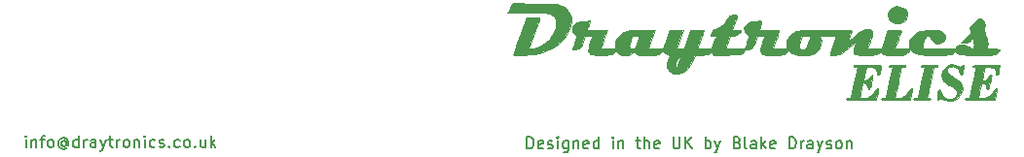
<source format=gbr>
G04 #@! TF.GenerationSoftware,KiCad,Pcbnew,(5.1.9-0-10_14)*
G04 #@! TF.CreationDate,2021-04-10T11:07:08+01:00*
G04 #@! TF.ProjectId,Draytronics-Elise-PCB V1,44726179-7472-46f6-9e69-63732d456c69,rev?*
G04 #@! TF.SameCoordinates,Original*
G04 #@! TF.FileFunction,Legend,Top*
G04 #@! TF.FilePolarity,Positive*
%FSLAX46Y46*%
G04 Gerber Fmt 4.6, Leading zero omitted, Abs format (unit mm)*
G04 Created by KiCad (PCBNEW (5.1.9-0-10_14)) date 2021-04-10 11:07:08*
%MOMM*%
%LPD*%
G01*
G04 APERTURE LIST*
%ADD10C,0.150000*%
%ADD11C,0.010000*%
G04 APERTURE END LIST*
D10*
X122331554Y-118135660D02*
X122331554Y-117468994D01*
X122331554Y-117135660D02*
X122283935Y-117183280D01*
X122331554Y-117230899D01*
X122379173Y-117183280D01*
X122331554Y-117135660D01*
X122331554Y-117230899D01*
X122807744Y-117468994D02*
X122807744Y-118135660D01*
X122807744Y-117564232D02*
X122855363Y-117516613D01*
X122950601Y-117468994D01*
X123093459Y-117468994D01*
X123188697Y-117516613D01*
X123236316Y-117611851D01*
X123236316Y-118135660D01*
X123569649Y-117468994D02*
X123950601Y-117468994D01*
X123712506Y-118135660D02*
X123712506Y-117278518D01*
X123760125Y-117183280D01*
X123855363Y-117135660D01*
X123950601Y-117135660D01*
X124426792Y-118135660D02*
X124331554Y-118088041D01*
X124283935Y-118040422D01*
X124236316Y-117945184D01*
X124236316Y-117659470D01*
X124283935Y-117564232D01*
X124331554Y-117516613D01*
X124426792Y-117468994D01*
X124569649Y-117468994D01*
X124664887Y-117516613D01*
X124712506Y-117564232D01*
X124760125Y-117659470D01*
X124760125Y-117945184D01*
X124712506Y-118040422D01*
X124664887Y-118088041D01*
X124569649Y-118135660D01*
X124426792Y-118135660D01*
X125807744Y-117659470D02*
X125760125Y-117611851D01*
X125664887Y-117564232D01*
X125569649Y-117564232D01*
X125474411Y-117611851D01*
X125426792Y-117659470D01*
X125379173Y-117754708D01*
X125379173Y-117849946D01*
X125426792Y-117945184D01*
X125474411Y-117992803D01*
X125569649Y-118040422D01*
X125664887Y-118040422D01*
X125760125Y-117992803D01*
X125807744Y-117945184D01*
X125807744Y-117564232D02*
X125807744Y-117945184D01*
X125855363Y-117992803D01*
X125902982Y-117992803D01*
X125998220Y-117945184D01*
X126045840Y-117849946D01*
X126045840Y-117611851D01*
X125950601Y-117468994D01*
X125807744Y-117373756D01*
X125617268Y-117326137D01*
X125426792Y-117373756D01*
X125283935Y-117468994D01*
X125188697Y-117611851D01*
X125141078Y-117802327D01*
X125188697Y-117992803D01*
X125283935Y-118135660D01*
X125426792Y-118230899D01*
X125617268Y-118278518D01*
X125807744Y-118230899D01*
X125950601Y-118135660D01*
X126902982Y-118135660D02*
X126902982Y-117135660D01*
X126902982Y-118088041D02*
X126807744Y-118135660D01*
X126617268Y-118135660D01*
X126522030Y-118088041D01*
X126474411Y-118040422D01*
X126426792Y-117945184D01*
X126426792Y-117659470D01*
X126474411Y-117564232D01*
X126522030Y-117516613D01*
X126617268Y-117468994D01*
X126807744Y-117468994D01*
X126902982Y-117516613D01*
X127379173Y-118135660D02*
X127379173Y-117468994D01*
X127379173Y-117659470D02*
X127426792Y-117564232D01*
X127474411Y-117516613D01*
X127569649Y-117468994D01*
X127664887Y-117468994D01*
X128426792Y-118135660D02*
X128426792Y-117611851D01*
X128379173Y-117516613D01*
X128283935Y-117468994D01*
X128093459Y-117468994D01*
X127998220Y-117516613D01*
X128426792Y-118088041D02*
X128331554Y-118135660D01*
X128093459Y-118135660D01*
X127998220Y-118088041D01*
X127950601Y-117992803D01*
X127950601Y-117897565D01*
X127998220Y-117802327D01*
X128093459Y-117754708D01*
X128331554Y-117754708D01*
X128426792Y-117707089D01*
X128807744Y-117468994D02*
X129045840Y-118135660D01*
X129283935Y-117468994D02*
X129045840Y-118135660D01*
X128950601Y-118373756D01*
X128902982Y-118421375D01*
X128807744Y-118468994D01*
X129522030Y-117468994D02*
X129902982Y-117468994D01*
X129664887Y-117135660D02*
X129664887Y-117992803D01*
X129712506Y-118088041D01*
X129807744Y-118135660D01*
X129902982Y-118135660D01*
X130236316Y-118135660D02*
X130236316Y-117468994D01*
X130236316Y-117659470D02*
X130283935Y-117564232D01*
X130331554Y-117516613D01*
X130426792Y-117468994D01*
X130522030Y-117468994D01*
X130998220Y-118135660D02*
X130902982Y-118088041D01*
X130855363Y-118040422D01*
X130807744Y-117945184D01*
X130807744Y-117659470D01*
X130855363Y-117564232D01*
X130902982Y-117516613D01*
X130998220Y-117468994D01*
X131141078Y-117468994D01*
X131236316Y-117516613D01*
X131283935Y-117564232D01*
X131331554Y-117659470D01*
X131331554Y-117945184D01*
X131283935Y-118040422D01*
X131236316Y-118088041D01*
X131141078Y-118135660D01*
X130998220Y-118135660D01*
X131760125Y-117468994D02*
X131760125Y-118135660D01*
X131760125Y-117564232D02*
X131807744Y-117516613D01*
X131902982Y-117468994D01*
X132045840Y-117468994D01*
X132141078Y-117516613D01*
X132188697Y-117611851D01*
X132188697Y-118135660D01*
X132664887Y-118135660D02*
X132664887Y-117468994D01*
X132664887Y-117135660D02*
X132617268Y-117183280D01*
X132664887Y-117230899D01*
X132712506Y-117183280D01*
X132664887Y-117135660D01*
X132664887Y-117230899D01*
X133569649Y-118088041D02*
X133474411Y-118135660D01*
X133283935Y-118135660D01*
X133188697Y-118088041D01*
X133141078Y-118040422D01*
X133093459Y-117945184D01*
X133093459Y-117659470D01*
X133141078Y-117564232D01*
X133188697Y-117516613D01*
X133283935Y-117468994D01*
X133474411Y-117468994D01*
X133569649Y-117516613D01*
X133950601Y-118088041D02*
X134045840Y-118135660D01*
X134236316Y-118135660D01*
X134331554Y-118088041D01*
X134379173Y-117992803D01*
X134379173Y-117945184D01*
X134331554Y-117849946D01*
X134236316Y-117802327D01*
X134093459Y-117802327D01*
X133998220Y-117754708D01*
X133950601Y-117659470D01*
X133950601Y-117611851D01*
X133998220Y-117516613D01*
X134093459Y-117468994D01*
X134236316Y-117468994D01*
X134331554Y-117516613D01*
X134807744Y-118040422D02*
X134855363Y-118088041D01*
X134807744Y-118135660D01*
X134760125Y-118088041D01*
X134807744Y-118040422D01*
X134807744Y-118135660D01*
X135712506Y-118088041D02*
X135617268Y-118135660D01*
X135426792Y-118135660D01*
X135331554Y-118088041D01*
X135283935Y-118040422D01*
X135236316Y-117945184D01*
X135236316Y-117659470D01*
X135283935Y-117564232D01*
X135331554Y-117516613D01*
X135426792Y-117468994D01*
X135617268Y-117468994D01*
X135712506Y-117516613D01*
X136283935Y-118135660D02*
X136188697Y-118088041D01*
X136141078Y-118040422D01*
X136093459Y-117945184D01*
X136093459Y-117659470D01*
X136141078Y-117564232D01*
X136188697Y-117516613D01*
X136283935Y-117468994D01*
X136426792Y-117468994D01*
X136522030Y-117516613D01*
X136569649Y-117564232D01*
X136617268Y-117659470D01*
X136617268Y-117945184D01*
X136569649Y-118040422D01*
X136522030Y-118088041D01*
X136426792Y-118135660D01*
X136283935Y-118135660D01*
X137045840Y-118040422D02*
X137093459Y-118088041D01*
X137045840Y-118135660D01*
X136998220Y-118088041D01*
X137045840Y-118040422D01*
X137045840Y-118135660D01*
X137950601Y-117468994D02*
X137950601Y-118135660D01*
X137522030Y-117468994D02*
X137522030Y-117992803D01*
X137569649Y-118088041D01*
X137664887Y-118135660D01*
X137807744Y-118135660D01*
X137902982Y-118088041D01*
X137950601Y-118040422D01*
X138426792Y-118135660D02*
X138426792Y-117135660D01*
X138522030Y-117754708D02*
X138807744Y-118135660D01*
X138807744Y-117468994D02*
X138426792Y-117849946D01*
X165933932Y-118257580D02*
X165933932Y-117257580D01*
X166172027Y-117257580D01*
X166314884Y-117305200D01*
X166410122Y-117400438D01*
X166457741Y-117495676D01*
X166505360Y-117686152D01*
X166505360Y-117829009D01*
X166457741Y-118019485D01*
X166410122Y-118114723D01*
X166314884Y-118209961D01*
X166172027Y-118257580D01*
X165933932Y-118257580D01*
X167314884Y-118209961D02*
X167219646Y-118257580D01*
X167029170Y-118257580D01*
X166933932Y-118209961D01*
X166886313Y-118114723D01*
X166886313Y-117733771D01*
X166933932Y-117638533D01*
X167029170Y-117590914D01*
X167219646Y-117590914D01*
X167314884Y-117638533D01*
X167362503Y-117733771D01*
X167362503Y-117829009D01*
X166886313Y-117924247D01*
X167743456Y-118209961D02*
X167838694Y-118257580D01*
X168029170Y-118257580D01*
X168124408Y-118209961D01*
X168172027Y-118114723D01*
X168172027Y-118067104D01*
X168124408Y-117971866D01*
X168029170Y-117924247D01*
X167886313Y-117924247D01*
X167791075Y-117876628D01*
X167743456Y-117781390D01*
X167743456Y-117733771D01*
X167791075Y-117638533D01*
X167886313Y-117590914D01*
X168029170Y-117590914D01*
X168124408Y-117638533D01*
X168600599Y-118257580D02*
X168600599Y-117590914D01*
X168600599Y-117257580D02*
X168552980Y-117305200D01*
X168600599Y-117352819D01*
X168648218Y-117305200D01*
X168600599Y-117257580D01*
X168600599Y-117352819D01*
X169505360Y-117590914D02*
X169505360Y-118400438D01*
X169457741Y-118495676D01*
X169410122Y-118543295D01*
X169314884Y-118590914D01*
X169172027Y-118590914D01*
X169076789Y-118543295D01*
X169505360Y-118209961D02*
X169410122Y-118257580D01*
X169219646Y-118257580D01*
X169124408Y-118209961D01*
X169076789Y-118162342D01*
X169029170Y-118067104D01*
X169029170Y-117781390D01*
X169076789Y-117686152D01*
X169124408Y-117638533D01*
X169219646Y-117590914D01*
X169410122Y-117590914D01*
X169505360Y-117638533D01*
X169981551Y-117590914D02*
X169981551Y-118257580D01*
X169981551Y-117686152D02*
X170029170Y-117638533D01*
X170124408Y-117590914D01*
X170267265Y-117590914D01*
X170362503Y-117638533D01*
X170410122Y-117733771D01*
X170410122Y-118257580D01*
X171267265Y-118209961D02*
X171172027Y-118257580D01*
X170981551Y-118257580D01*
X170886313Y-118209961D01*
X170838694Y-118114723D01*
X170838694Y-117733771D01*
X170886313Y-117638533D01*
X170981551Y-117590914D01*
X171172027Y-117590914D01*
X171267265Y-117638533D01*
X171314884Y-117733771D01*
X171314884Y-117829009D01*
X170838694Y-117924247D01*
X172172027Y-118257580D02*
X172172027Y-117257580D01*
X172172027Y-118209961D02*
X172076789Y-118257580D01*
X171886313Y-118257580D01*
X171791075Y-118209961D01*
X171743456Y-118162342D01*
X171695837Y-118067104D01*
X171695837Y-117781390D01*
X171743456Y-117686152D01*
X171791075Y-117638533D01*
X171886313Y-117590914D01*
X172076789Y-117590914D01*
X172172027Y-117638533D01*
X173410122Y-118257580D02*
X173410122Y-117590914D01*
X173410122Y-117257580D02*
X173362503Y-117305200D01*
X173410122Y-117352819D01*
X173457741Y-117305200D01*
X173410122Y-117257580D01*
X173410122Y-117352819D01*
X173886313Y-117590914D02*
X173886313Y-118257580D01*
X173886313Y-117686152D02*
X173933932Y-117638533D01*
X174029170Y-117590914D01*
X174172027Y-117590914D01*
X174267265Y-117638533D01*
X174314884Y-117733771D01*
X174314884Y-118257580D01*
X175410122Y-117590914D02*
X175791075Y-117590914D01*
X175552980Y-117257580D02*
X175552980Y-118114723D01*
X175600599Y-118209961D01*
X175695837Y-118257580D01*
X175791075Y-118257580D01*
X176124408Y-118257580D02*
X176124408Y-117257580D01*
X176552980Y-118257580D02*
X176552980Y-117733771D01*
X176505360Y-117638533D01*
X176410122Y-117590914D01*
X176267265Y-117590914D01*
X176172027Y-117638533D01*
X176124408Y-117686152D01*
X177410122Y-118209961D02*
X177314884Y-118257580D01*
X177124408Y-118257580D01*
X177029170Y-118209961D01*
X176981551Y-118114723D01*
X176981551Y-117733771D01*
X177029170Y-117638533D01*
X177124408Y-117590914D01*
X177314884Y-117590914D01*
X177410122Y-117638533D01*
X177457741Y-117733771D01*
X177457741Y-117829009D01*
X176981551Y-117924247D01*
X178648218Y-117257580D02*
X178648218Y-118067104D01*
X178695837Y-118162342D01*
X178743456Y-118209961D01*
X178838694Y-118257580D01*
X179029170Y-118257580D01*
X179124408Y-118209961D01*
X179172027Y-118162342D01*
X179219646Y-118067104D01*
X179219646Y-117257580D01*
X179695837Y-118257580D02*
X179695837Y-117257580D01*
X180267265Y-118257580D02*
X179838694Y-117686152D01*
X180267265Y-117257580D02*
X179695837Y-117829009D01*
X181457741Y-118257580D02*
X181457741Y-117257580D01*
X181457741Y-117638533D02*
X181552980Y-117590914D01*
X181743456Y-117590914D01*
X181838694Y-117638533D01*
X181886313Y-117686152D01*
X181933932Y-117781390D01*
X181933932Y-118067104D01*
X181886313Y-118162342D01*
X181838694Y-118209961D01*
X181743456Y-118257580D01*
X181552980Y-118257580D01*
X181457741Y-118209961D01*
X182267265Y-117590914D02*
X182505360Y-118257580D01*
X182743456Y-117590914D02*
X182505360Y-118257580D01*
X182410122Y-118495676D01*
X182362503Y-118543295D01*
X182267265Y-118590914D01*
X184219646Y-117733771D02*
X184362503Y-117781390D01*
X184410122Y-117829009D01*
X184457741Y-117924247D01*
X184457741Y-118067104D01*
X184410122Y-118162342D01*
X184362503Y-118209961D01*
X184267265Y-118257580D01*
X183886313Y-118257580D01*
X183886313Y-117257580D01*
X184219646Y-117257580D01*
X184314884Y-117305200D01*
X184362503Y-117352819D01*
X184410122Y-117448057D01*
X184410122Y-117543295D01*
X184362503Y-117638533D01*
X184314884Y-117686152D01*
X184219646Y-117733771D01*
X183886313Y-117733771D01*
X185029170Y-118257580D02*
X184933932Y-118209961D01*
X184886313Y-118114723D01*
X184886313Y-117257580D01*
X185838694Y-118257580D02*
X185838694Y-117733771D01*
X185791075Y-117638533D01*
X185695837Y-117590914D01*
X185505360Y-117590914D01*
X185410122Y-117638533D01*
X185838694Y-118209961D02*
X185743456Y-118257580D01*
X185505360Y-118257580D01*
X185410122Y-118209961D01*
X185362503Y-118114723D01*
X185362503Y-118019485D01*
X185410122Y-117924247D01*
X185505360Y-117876628D01*
X185743456Y-117876628D01*
X185838694Y-117829009D01*
X186314884Y-118257580D02*
X186314884Y-117257580D01*
X186410122Y-117876628D02*
X186695837Y-118257580D01*
X186695837Y-117590914D02*
X186314884Y-117971866D01*
X187505360Y-118209961D02*
X187410122Y-118257580D01*
X187219646Y-118257580D01*
X187124408Y-118209961D01*
X187076789Y-118114723D01*
X187076789Y-117733771D01*
X187124408Y-117638533D01*
X187219646Y-117590914D01*
X187410122Y-117590914D01*
X187505360Y-117638533D01*
X187552980Y-117733771D01*
X187552980Y-117829009D01*
X187076789Y-117924247D01*
X188743456Y-118257580D02*
X188743456Y-117257580D01*
X188981551Y-117257580D01*
X189124408Y-117305200D01*
X189219646Y-117400438D01*
X189267265Y-117495676D01*
X189314884Y-117686152D01*
X189314884Y-117829009D01*
X189267265Y-118019485D01*
X189219646Y-118114723D01*
X189124408Y-118209961D01*
X188981551Y-118257580D01*
X188743456Y-118257580D01*
X189743456Y-118257580D02*
X189743456Y-117590914D01*
X189743456Y-117781390D02*
X189791075Y-117686152D01*
X189838694Y-117638533D01*
X189933932Y-117590914D01*
X190029170Y-117590914D01*
X190791075Y-118257580D02*
X190791075Y-117733771D01*
X190743456Y-117638533D01*
X190648218Y-117590914D01*
X190457741Y-117590914D01*
X190362503Y-117638533D01*
X190791075Y-118209961D02*
X190695837Y-118257580D01*
X190457741Y-118257580D01*
X190362503Y-118209961D01*
X190314884Y-118114723D01*
X190314884Y-118019485D01*
X190362503Y-117924247D01*
X190457741Y-117876628D01*
X190695837Y-117876628D01*
X190791075Y-117829009D01*
X191172027Y-117590914D02*
X191410122Y-118257580D01*
X191648218Y-117590914D02*
X191410122Y-118257580D01*
X191314884Y-118495676D01*
X191267265Y-118543295D01*
X191172027Y-118590914D01*
X191981551Y-118209961D02*
X192076789Y-118257580D01*
X192267265Y-118257580D01*
X192362503Y-118209961D01*
X192410122Y-118114723D01*
X192410122Y-118067104D01*
X192362503Y-117971866D01*
X192267265Y-117924247D01*
X192124408Y-117924247D01*
X192029170Y-117876628D01*
X191981551Y-117781390D01*
X191981551Y-117733771D01*
X192029170Y-117638533D01*
X192124408Y-117590914D01*
X192267265Y-117590914D01*
X192362503Y-117638533D01*
X192981551Y-118257580D02*
X192886313Y-118209961D01*
X192838694Y-118162342D01*
X192791075Y-118067104D01*
X192791075Y-117781390D01*
X192838694Y-117686152D01*
X192886313Y-117638533D01*
X192981551Y-117590914D01*
X193124408Y-117590914D01*
X193219646Y-117638533D01*
X193267265Y-117686152D01*
X193314884Y-117781390D01*
X193314884Y-118067104D01*
X193267265Y-118162342D01*
X193219646Y-118209961D01*
X193124408Y-118257580D01*
X192981551Y-118257580D01*
X193743456Y-117590914D02*
X193743456Y-118257580D01*
X193743456Y-117686152D02*
X193791075Y-117638533D01*
X193886313Y-117590914D01*
X194029170Y-117590914D01*
X194124408Y-117638533D01*
X194172027Y-117733771D01*
X194172027Y-118257580D01*
D11*
G04 #@! TO.C,G\u002A\u002A\u002A*
G36*
X203115783Y-110922725D02*
G01*
X203427516Y-111031370D01*
X203549954Y-111083450D01*
X203623691Y-111087853D01*
X203689458Y-111045118D01*
X203700811Y-111034985D01*
X203813341Y-110959153D01*
X203881772Y-110967979D01*
X203897045Y-111058760D01*
X203891885Y-111091980D01*
X203870660Y-111221580D01*
X203845818Y-111403008D01*
X203831195Y-111523780D01*
X203806061Y-111692935D01*
X203773563Y-111782459D01*
X203724078Y-111814293D01*
X203703114Y-111815880D01*
X203616190Y-111769658D01*
X203578864Y-111676180D01*
X203484784Y-111406998D01*
X203336128Y-111206891D01*
X203143243Y-111086241D01*
X202958603Y-111053880D01*
X202795423Y-111078793D01*
X202633551Y-111141468D01*
X202514523Y-111223803D01*
X202487727Y-111259083D01*
X202434812Y-111397716D01*
X202440924Y-111522665D01*
X202514092Y-111644561D01*
X202662347Y-111774037D01*
X202893716Y-111921728D01*
X203057458Y-112013568D01*
X203344998Y-112188037D01*
X203548208Y-112357480D01*
X203682253Y-112537441D01*
X203759624Y-112733342D01*
X203793661Y-113035273D01*
X203739363Y-113320182D01*
X203609834Y-113576711D01*
X203418181Y-113793502D01*
X203177511Y-113959198D01*
X202900928Y-114062442D01*
X202601539Y-114091874D01*
X202292449Y-114036139D01*
X202266539Y-114027249D01*
X202128465Y-113970080D01*
X202030273Y-113915320D01*
X202016399Y-113903799D01*
X201942102Y-113886969D01*
X201814779Y-113942550D01*
X201791488Y-113956594D01*
X201676988Y-114017262D01*
X201601978Y-114038448D01*
X201592181Y-114034995D01*
X201586465Y-113975711D01*
X201594285Y-113839994D01*
X201613906Y-113651857D01*
X201627468Y-113546600D01*
X201661142Y-113323555D01*
X201692008Y-113184212D01*
X201725823Y-113111037D01*
X201768347Y-113086496D01*
X201778783Y-113085880D01*
X201849795Y-113125105D01*
X201907100Y-113250538D01*
X201923612Y-113310158D01*
X202035837Y-113582936D01*
X202210452Y-113780538D01*
X202437174Y-113896417D01*
X202705719Y-113924023D01*
X202853654Y-113902411D01*
X203080132Y-113810562D01*
X203231040Y-113658091D01*
X203298629Y-113453781D01*
X203301600Y-113394774D01*
X203281297Y-113251449D01*
X203212093Y-113122299D01*
X203081544Y-112994356D01*
X202877208Y-112854651D01*
X202667760Y-112734195D01*
X202475239Y-112618447D01*
X202302847Y-112497157D01*
X202183119Y-112393553D01*
X202169700Y-112378607D01*
X202037953Y-112148437D01*
X201993263Y-111889226D01*
X202033323Y-111620272D01*
X202155827Y-111360871D01*
X202314088Y-111170834D01*
X202560728Y-110990457D01*
X202826415Y-110907947D01*
X203115783Y-110922725D01*
G37*
X203115783Y-110922725D02*
X203427516Y-111031370D01*
X203549954Y-111083450D01*
X203623691Y-111087853D01*
X203689458Y-111045118D01*
X203700811Y-111034985D01*
X203813341Y-110959153D01*
X203881772Y-110967979D01*
X203897045Y-111058760D01*
X203891885Y-111091980D01*
X203870660Y-111221580D01*
X203845818Y-111403008D01*
X203831195Y-111523780D01*
X203806061Y-111692935D01*
X203773563Y-111782459D01*
X203724078Y-111814293D01*
X203703114Y-111815880D01*
X203616190Y-111769658D01*
X203578864Y-111676180D01*
X203484784Y-111406998D01*
X203336128Y-111206891D01*
X203143243Y-111086241D01*
X202958603Y-111053880D01*
X202795423Y-111078793D01*
X202633551Y-111141468D01*
X202514523Y-111223803D01*
X202487727Y-111259083D01*
X202434812Y-111397716D01*
X202440924Y-111522665D01*
X202514092Y-111644561D01*
X202662347Y-111774037D01*
X202893716Y-111921728D01*
X203057458Y-112013568D01*
X203344998Y-112188037D01*
X203548208Y-112357480D01*
X203682253Y-112537441D01*
X203759624Y-112733342D01*
X203793661Y-113035273D01*
X203739363Y-113320182D01*
X203609834Y-113576711D01*
X203418181Y-113793502D01*
X203177511Y-113959198D01*
X202900928Y-114062442D01*
X202601539Y-114091874D01*
X202292449Y-114036139D01*
X202266539Y-114027249D01*
X202128465Y-113970080D01*
X202030273Y-113915320D01*
X202016399Y-113903799D01*
X201942102Y-113886969D01*
X201814779Y-113942550D01*
X201791488Y-113956594D01*
X201676988Y-114017262D01*
X201601978Y-114038448D01*
X201592181Y-114034995D01*
X201586465Y-113975711D01*
X201594285Y-113839994D01*
X201613906Y-113651857D01*
X201627468Y-113546600D01*
X201661142Y-113323555D01*
X201692008Y-113184212D01*
X201725823Y-113111037D01*
X201768347Y-113086496D01*
X201778783Y-113085880D01*
X201849795Y-113125105D01*
X201907100Y-113250538D01*
X201923612Y-113310158D01*
X202035837Y-113582936D01*
X202210452Y-113780538D01*
X202437174Y-113896417D01*
X202705719Y-113924023D01*
X202853654Y-113902411D01*
X203080132Y-113810562D01*
X203231040Y-113658091D01*
X203298629Y-113453781D01*
X203301600Y-113394774D01*
X203281297Y-113251449D01*
X203212093Y-113122299D01*
X203081544Y-112994356D01*
X202877208Y-112854651D01*
X202667760Y-112734195D01*
X202475239Y-112618447D01*
X202302847Y-112497157D01*
X202183119Y-112393553D01*
X202169700Y-112378607D01*
X202037953Y-112148437D01*
X201993263Y-111889226D01*
X202033323Y-111620272D01*
X202155827Y-111360871D01*
X202314088Y-111170834D01*
X202560728Y-110990457D01*
X202826415Y-110907947D01*
X203115783Y-110922725D01*
G36*
X195885738Y-110952958D02*
G01*
X196177743Y-110955509D01*
X196391474Y-110960705D01*
X196538590Y-110969319D01*
X196630752Y-110982123D01*
X196679620Y-110999890D01*
X196696854Y-111023393D01*
X196697600Y-111031394D01*
X196689650Y-111119302D01*
X196668804Y-111273940D01*
X196639561Y-111461942D01*
X196639355Y-111463194D01*
X196603234Y-111653211D01*
X196567546Y-111761844D01*
X196523727Y-111808912D01*
X196486955Y-111815880D01*
X196410298Y-111779563D01*
X196392800Y-111696460D01*
X196367711Y-111517139D01*
X196303478Y-111347548D01*
X196216653Y-111226779D01*
X196183975Y-111203270D01*
X196083830Y-111171467D01*
X195920594Y-111140773D01*
X195760266Y-111121053D01*
X195583400Y-111106795D01*
X195482616Y-111109963D01*
X195432998Y-111136933D01*
X195409629Y-111194085D01*
X195405412Y-111211890D01*
X195375194Y-111348084D01*
X195335463Y-111532081D01*
X195291348Y-111739473D01*
X195247977Y-111945854D01*
X195210477Y-112126817D01*
X195183978Y-112257956D01*
X195173608Y-112314864D01*
X195173600Y-112315151D01*
X195217001Y-112321039D01*
X195322755Y-112306684D01*
X195335366Y-112304226D01*
X195550373Y-112213799D01*
X195717789Y-112035909D01*
X195764305Y-111955699D01*
X195842785Y-111856600D01*
X195928529Y-111815880D01*
X195965316Y-111821946D01*
X195984901Y-111850839D01*
X195986190Y-111918593D01*
X195968089Y-112041247D01*
X195929504Y-112234837D01*
X195886065Y-112438073D01*
X195823295Y-112713604D01*
X195771717Y-112901910D01*
X195726796Y-113016145D01*
X195683998Y-113069460D01*
X195665839Y-113076798D01*
X195594025Y-113055291D01*
X195580000Y-112995585D01*
X195544068Y-112784688D01*
X195446233Y-112619604D01*
X195314077Y-112530535D01*
X195203567Y-112496707D01*
X195145714Y-112487968D01*
X195144411Y-112488750D01*
X195129290Y-112540842D01*
X195099115Y-112669680D01*
X195058702Y-112852373D01*
X195012873Y-113066033D01*
X194966445Y-113287766D01*
X194924239Y-113494684D01*
X194891073Y-113663896D01*
X194871766Y-113772510D01*
X194868800Y-113797888D01*
X194914245Y-113829002D01*
X195031711Y-113844256D01*
X195192895Y-113843838D01*
X195369493Y-113827935D01*
X195533201Y-113796734D01*
X195545495Y-113793416D01*
X195764274Y-113690492D01*
X195976439Y-113518584D01*
X196149576Y-113306975D01*
X196214194Y-113189267D01*
X196305983Y-113037546D01*
X196401044Y-112984403D01*
X196406022Y-112984280D01*
X196477888Y-113006471D01*
X196481252Y-113089632D01*
X196479289Y-113098580D01*
X196455610Y-113202022D01*
X196416902Y-113370967D01*
X196370846Y-113571890D01*
X196362893Y-113606580D01*
X196272623Y-114000280D01*
X194986511Y-114000280D01*
X194587020Y-113999599D01*
X194278029Y-113997121D01*
X194048441Y-113992187D01*
X193887164Y-113984140D01*
X193783103Y-113972323D01*
X193725162Y-113956079D01*
X193702247Y-113934749D01*
X193700400Y-113924080D01*
X193736401Y-113869409D01*
X193853611Y-113848297D01*
X193890900Y-113847607D01*
X194081400Y-113847334D01*
X194355814Y-112539507D01*
X194430264Y-112186399D01*
X194498802Y-111864592D01*
X194558423Y-111587925D01*
X194606127Y-111370236D01*
X194638909Y-111225363D01*
X194653349Y-111168180D01*
X194630769Y-111122169D01*
X194515468Y-111104909D01*
X194493235Y-111104680D01*
X194359593Y-111089150D01*
X194310776Y-111039111D01*
X194310000Y-111028480D01*
X194321741Y-111004010D01*
X194364627Y-110985291D01*
X194450150Y-110971590D01*
X194589802Y-110962173D01*
X194795075Y-110956307D01*
X195077461Y-110953257D01*
X195448454Y-110952290D01*
X195503800Y-110952280D01*
X195885738Y-110952958D01*
G37*
X195885738Y-110952958D02*
X196177743Y-110955509D01*
X196391474Y-110960705D01*
X196538590Y-110969319D01*
X196630752Y-110982123D01*
X196679620Y-110999890D01*
X196696854Y-111023393D01*
X196697600Y-111031394D01*
X196689650Y-111119302D01*
X196668804Y-111273940D01*
X196639561Y-111461942D01*
X196639355Y-111463194D01*
X196603234Y-111653211D01*
X196567546Y-111761844D01*
X196523727Y-111808912D01*
X196486955Y-111815880D01*
X196410298Y-111779563D01*
X196392800Y-111696460D01*
X196367711Y-111517139D01*
X196303478Y-111347548D01*
X196216653Y-111226779D01*
X196183975Y-111203270D01*
X196083830Y-111171467D01*
X195920594Y-111140773D01*
X195760266Y-111121053D01*
X195583400Y-111106795D01*
X195482616Y-111109963D01*
X195432998Y-111136933D01*
X195409629Y-111194085D01*
X195405412Y-111211890D01*
X195375194Y-111348084D01*
X195335463Y-111532081D01*
X195291348Y-111739473D01*
X195247977Y-111945854D01*
X195210477Y-112126817D01*
X195183978Y-112257956D01*
X195173608Y-112314864D01*
X195173600Y-112315151D01*
X195217001Y-112321039D01*
X195322755Y-112306684D01*
X195335366Y-112304226D01*
X195550373Y-112213799D01*
X195717789Y-112035909D01*
X195764305Y-111955699D01*
X195842785Y-111856600D01*
X195928529Y-111815880D01*
X195965316Y-111821946D01*
X195984901Y-111850839D01*
X195986190Y-111918593D01*
X195968089Y-112041247D01*
X195929504Y-112234837D01*
X195886065Y-112438073D01*
X195823295Y-112713604D01*
X195771717Y-112901910D01*
X195726796Y-113016145D01*
X195683998Y-113069460D01*
X195665839Y-113076798D01*
X195594025Y-113055291D01*
X195580000Y-112995585D01*
X195544068Y-112784688D01*
X195446233Y-112619604D01*
X195314077Y-112530535D01*
X195203567Y-112496707D01*
X195145714Y-112487968D01*
X195144411Y-112488750D01*
X195129290Y-112540842D01*
X195099115Y-112669680D01*
X195058702Y-112852373D01*
X195012873Y-113066033D01*
X194966445Y-113287766D01*
X194924239Y-113494684D01*
X194891073Y-113663896D01*
X194871766Y-113772510D01*
X194868800Y-113797888D01*
X194914245Y-113829002D01*
X195031711Y-113844256D01*
X195192895Y-113843838D01*
X195369493Y-113827935D01*
X195533201Y-113796734D01*
X195545495Y-113793416D01*
X195764274Y-113690492D01*
X195976439Y-113518584D01*
X196149576Y-113306975D01*
X196214194Y-113189267D01*
X196305983Y-113037546D01*
X196401044Y-112984403D01*
X196406022Y-112984280D01*
X196477888Y-113006471D01*
X196481252Y-113089632D01*
X196479289Y-113098580D01*
X196455610Y-113202022D01*
X196416902Y-113370967D01*
X196370846Y-113571890D01*
X196362893Y-113606580D01*
X196272623Y-114000280D01*
X194986511Y-114000280D01*
X194587020Y-113999599D01*
X194278029Y-113997121D01*
X194048441Y-113992187D01*
X193887164Y-113984140D01*
X193783103Y-113972323D01*
X193725162Y-113956079D01*
X193702247Y-113934749D01*
X193700400Y-113924080D01*
X193736401Y-113869409D01*
X193853611Y-113848297D01*
X193890900Y-113847607D01*
X194081400Y-113847334D01*
X194355814Y-112539507D01*
X194430264Y-112186399D01*
X194498802Y-111864592D01*
X194558423Y-111587925D01*
X194606127Y-111370236D01*
X194638909Y-111225363D01*
X194653349Y-111168180D01*
X194630769Y-111122169D01*
X194515468Y-111104909D01*
X194493235Y-111104680D01*
X194359593Y-111089150D01*
X194310776Y-111039111D01*
X194310000Y-111028480D01*
X194321741Y-111004010D01*
X194364627Y-110985291D01*
X194450150Y-110971590D01*
X194589802Y-110962173D01*
X194795075Y-110956307D01*
X195077461Y-110953257D01*
X195448454Y-110952290D01*
X195503800Y-110952280D01*
X195885738Y-110952958D01*
G36*
X198387178Y-110953730D02*
G01*
X198592521Y-110959070D01*
X198724960Y-110969783D01*
X198798833Y-110987351D01*
X198828472Y-111013257D01*
X198831200Y-111028480D01*
X198792644Y-111084838D01*
X198669593Y-111104542D01*
X198653400Y-111104680D01*
X198535807Y-111110920D01*
X198477109Y-111126262D01*
X198475600Y-111129490D01*
X198465543Y-111183824D01*
X198437192Y-111324356D01*
X198393277Y-111537885D01*
X198336528Y-111811206D01*
X198269675Y-112131118D01*
X198196200Y-112480842D01*
X198122056Y-112833591D01*
X198055308Y-113152553D01*
X197998681Y-113424586D01*
X197954903Y-113636546D01*
X197926701Y-113775289D01*
X197916800Y-113827632D01*
X197961643Y-113845090D01*
X198074984Y-113848074D01*
X198225033Y-113838414D01*
X198380003Y-113817938D01*
X198486722Y-113794844D01*
X198750716Y-113668974D01*
X198980878Y-113447692D01*
X199122556Y-113234441D01*
X199233208Y-113069507D01*
X199329470Y-112990157D01*
X199357824Y-112984331D01*
X199425554Y-113006825D01*
X199424866Y-113090360D01*
X199423224Y-113096801D01*
X199398597Y-113199438D01*
X199360359Y-113368041D01*
X199316061Y-113569209D01*
X199308351Y-113604801D01*
X199222903Y-114000280D01*
X197985651Y-114000280D01*
X197594627Y-113999564D01*
X197293896Y-113996955D01*
X197072157Y-113991755D01*
X196918112Y-113983269D01*
X196820461Y-113970801D01*
X196767903Y-113953655D01*
X196749138Y-113931134D01*
X196748400Y-113924080D01*
X196784286Y-113869475D01*
X196901219Y-113848476D01*
X196938900Y-113847813D01*
X197129400Y-113847747D01*
X197412520Y-112488913D01*
X197695641Y-111130080D01*
X197526820Y-111114313D01*
X197400502Y-111082129D01*
X197358000Y-111025413D01*
X197374082Y-110996182D01*
X197431620Y-110975651D01*
X197544553Y-110962437D01*
X197726818Y-110955154D01*
X197992354Y-110952420D01*
X198094600Y-110952280D01*
X198387178Y-110953730D01*
G37*
X198387178Y-110953730D02*
X198592521Y-110959070D01*
X198724960Y-110969783D01*
X198798833Y-110987351D01*
X198828472Y-111013257D01*
X198831200Y-111028480D01*
X198792644Y-111084838D01*
X198669593Y-111104542D01*
X198653400Y-111104680D01*
X198535807Y-111110920D01*
X198477109Y-111126262D01*
X198475600Y-111129490D01*
X198465543Y-111183824D01*
X198437192Y-111324356D01*
X198393277Y-111537885D01*
X198336528Y-111811206D01*
X198269675Y-112131118D01*
X198196200Y-112480842D01*
X198122056Y-112833591D01*
X198055308Y-113152553D01*
X197998681Y-113424586D01*
X197954903Y-113636546D01*
X197926701Y-113775289D01*
X197916800Y-113827632D01*
X197961643Y-113845090D01*
X198074984Y-113848074D01*
X198225033Y-113838414D01*
X198380003Y-113817938D01*
X198486722Y-113794844D01*
X198750716Y-113668974D01*
X198980878Y-113447692D01*
X199122556Y-113234441D01*
X199233208Y-113069507D01*
X199329470Y-112990157D01*
X199357824Y-112984331D01*
X199425554Y-113006825D01*
X199424866Y-113090360D01*
X199423224Y-113096801D01*
X199398597Y-113199438D01*
X199360359Y-113368041D01*
X199316061Y-113569209D01*
X199308351Y-113604801D01*
X199222903Y-114000280D01*
X197985651Y-114000280D01*
X197594627Y-113999564D01*
X197293896Y-113996955D01*
X197072157Y-113991755D01*
X196918112Y-113983269D01*
X196820461Y-113970801D01*
X196767903Y-113953655D01*
X196749138Y-113931134D01*
X196748400Y-113924080D01*
X196784286Y-113869475D01*
X196901219Y-113848476D01*
X196938900Y-113847813D01*
X197129400Y-113847747D01*
X197412520Y-112488913D01*
X197695641Y-111130080D01*
X197526820Y-111114313D01*
X197400502Y-111082129D01*
X197358000Y-111025413D01*
X197374082Y-110996182D01*
X197431620Y-110975651D01*
X197544553Y-110962437D01*
X197726818Y-110955154D01*
X197992354Y-110952420D01*
X198094600Y-110952280D01*
X198387178Y-110953730D01*
G36*
X201181178Y-110953730D02*
G01*
X201386521Y-110959070D01*
X201518960Y-110969783D01*
X201592833Y-110987351D01*
X201622472Y-111013257D01*
X201625200Y-111028480D01*
X201584517Y-111086166D01*
X201456940Y-111104679D01*
X201456093Y-111104680D01*
X201286987Y-111104680D01*
X201021073Y-112361980D01*
X200947017Y-112711492D01*
X200878681Y-113032798D01*
X200819251Y-113311012D01*
X200771914Y-113531253D01*
X200739855Y-113678635D01*
X200727472Y-113733580D01*
X200721449Y-113813210D01*
X200774044Y-113843839D01*
X200857692Y-113847880D01*
X200981063Y-113869004D01*
X201015600Y-113924080D01*
X201001578Y-113954346D01*
X200949957Y-113975589D01*
X200846401Y-113989289D01*
X200676577Y-113996931D01*
X200426149Y-113999997D01*
X200279000Y-114000280D01*
X199984588Y-113998683D01*
X199777801Y-113992970D01*
X199644702Y-113981757D01*
X199571352Y-113963661D01*
X199543814Y-113937298D01*
X199542400Y-113927146D01*
X199590684Y-113868733D01*
X199731985Y-113838322D01*
X199732898Y-113838246D01*
X199923397Y-113822480D01*
X200206265Y-112476280D01*
X200489132Y-111130080D01*
X200320566Y-111114313D01*
X200194431Y-111082104D01*
X200152000Y-111025413D01*
X200168082Y-110996182D01*
X200225620Y-110975651D01*
X200338553Y-110962437D01*
X200520818Y-110955154D01*
X200786354Y-110952420D01*
X200888600Y-110952280D01*
X201181178Y-110953730D01*
G37*
X201181178Y-110953730D02*
X201386521Y-110959070D01*
X201518960Y-110969783D01*
X201592833Y-110987351D01*
X201622472Y-111013257D01*
X201625200Y-111028480D01*
X201584517Y-111086166D01*
X201456940Y-111104679D01*
X201456093Y-111104680D01*
X201286987Y-111104680D01*
X201021073Y-112361980D01*
X200947017Y-112711492D01*
X200878681Y-113032798D01*
X200819251Y-113311012D01*
X200771914Y-113531253D01*
X200739855Y-113678635D01*
X200727472Y-113733580D01*
X200721449Y-113813210D01*
X200774044Y-113843839D01*
X200857692Y-113847880D01*
X200981063Y-113869004D01*
X201015600Y-113924080D01*
X201001578Y-113954346D01*
X200949957Y-113975589D01*
X200846401Y-113989289D01*
X200676577Y-113996931D01*
X200426149Y-113999997D01*
X200279000Y-114000280D01*
X199984588Y-113998683D01*
X199777801Y-113992970D01*
X199644702Y-113981757D01*
X199571352Y-113963661D01*
X199543814Y-113937298D01*
X199542400Y-113927146D01*
X199590684Y-113868733D01*
X199731985Y-113838322D01*
X199732898Y-113838246D01*
X199923397Y-113822480D01*
X200206265Y-112476280D01*
X200489132Y-111130080D01*
X200320566Y-111114313D01*
X200194431Y-111082104D01*
X200152000Y-111025413D01*
X200168082Y-110996182D01*
X200225620Y-110975651D01*
X200338553Y-110962437D01*
X200520818Y-110955154D01*
X200786354Y-110952420D01*
X200888600Y-110952280D01*
X201181178Y-110953730D01*
G36*
X206992580Y-111257415D02*
G01*
X206962347Y-111508197D01*
X206930503Y-111673337D01*
X206891607Y-111768718D01*
X206840218Y-111810226D01*
X206801292Y-111815880D01*
X206729640Y-111788508D01*
X206705617Y-111691015D01*
X206705200Y-111666787D01*
X206674577Y-111448726D01*
X206590411Y-111281286D01*
X206504150Y-111207431D01*
X206398970Y-111173065D01*
X206232388Y-111140793D01*
X206078954Y-111121640D01*
X205758069Y-111091675D01*
X205627167Y-111695077D01*
X205578338Y-111928889D01*
X205541160Y-112124062D01*
X205519170Y-112260701D01*
X205515904Y-112318911D01*
X205516205Y-112319319D01*
X205572593Y-112319359D01*
X205688640Y-112293869D01*
X205729802Y-112282137D01*
X205889616Y-112205153D01*
X206009761Y-112067755D01*
X206038180Y-112019998D01*
X206148198Y-111869414D01*
X206253085Y-111815944D01*
X206256685Y-111815880D01*
X206332373Y-111840407D01*
X206335170Y-111881810D01*
X206315222Y-111955855D01*
X206280343Y-112106611D01*
X206235675Y-112311194D01*
X206192509Y-112516810D01*
X206138055Y-112768477D01*
X206094281Y-112935498D01*
X206055459Y-113033492D01*
X206015859Y-113078078D01*
X205983774Y-113085880D01*
X205918854Y-113060200D01*
X205893964Y-112967485D01*
X205892400Y-112913707D01*
X205852778Y-112725660D01*
X205746438Y-112585505D01*
X205592163Y-112517804D01*
X205589346Y-112517436D01*
X205531103Y-112515827D01*
X205488253Y-112539987D01*
X205452181Y-112607428D01*
X205414275Y-112735663D01*
X205365921Y-112942204D01*
X205353830Y-112996281D01*
X205302329Y-113230157D01*
X205255788Y-113446580D01*
X205221125Y-113613160D01*
X205210082Y-113669381D01*
X205176596Y-113847880D01*
X205470998Y-113846764D01*
X205812202Y-113802518D01*
X206106101Y-113670791D01*
X206356813Y-113448931D01*
X206563137Y-113144184D01*
X206640283Y-113042805D01*
X206723603Y-112987830D01*
X206787302Y-112990129D01*
X206806800Y-113041491D01*
X206795764Y-113113858D01*
X206766232Y-113259246D01*
X206723565Y-113451916D01*
X206700967Y-113549491D01*
X206595134Y-114000280D01*
X205303967Y-114000280D01*
X204903609Y-113999603D01*
X204593771Y-113997138D01*
X204363379Y-113992230D01*
X204201359Y-113984226D01*
X204096636Y-113972473D01*
X204038138Y-113956317D01*
X204014790Y-113935104D01*
X204012800Y-113924080D01*
X204047822Y-113870061D01*
X204162678Y-113848765D01*
X204207639Y-113847880D01*
X204402479Y-113847880D01*
X204668411Y-112590580D01*
X204742457Y-112241070D01*
X204810758Y-111919766D01*
X204870132Y-111641553D01*
X204917396Y-111421312D01*
X204949369Y-111273928D01*
X204961678Y-111218980D01*
X204968599Y-111143756D01*
X204923807Y-111111535D01*
X204802583Y-111104680D01*
X204801473Y-111104680D01*
X204670339Y-111090975D01*
X204633195Y-111048848D01*
X204635070Y-111041180D01*
X204668632Y-111019333D01*
X204759225Y-111001829D01*
X204915889Y-110988088D01*
X205147665Y-110977532D01*
X205463591Y-110969582D01*
X205840440Y-110964025D01*
X207024673Y-110950371D01*
X206992580Y-111257415D01*
G37*
X206992580Y-111257415D02*
X206962347Y-111508197D01*
X206930503Y-111673337D01*
X206891607Y-111768718D01*
X206840218Y-111810226D01*
X206801292Y-111815880D01*
X206729640Y-111788508D01*
X206705617Y-111691015D01*
X206705200Y-111666787D01*
X206674577Y-111448726D01*
X206590411Y-111281286D01*
X206504150Y-111207431D01*
X206398970Y-111173065D01*
X206232388Y-111140793D01*
X206078954Y-111121640D01*
X205758069Y-111091675D01*
X205627167Y-111695077D01*
X205578338Y-111928889D01*
X205541160Y-112124062D01*
X205519170Y-112260701D01*
X205515904Y-112318911D01*
X205516205Y-112319319D01*
X205572593Y-112319359D01*
X205688640Y-112293869D01*
X205729802Y-112282137D01*
X205889616Y-112205153D01*
X206009761Y-112067755D01*
X206038180Y-112019998D01*
X206148198Y-111869414D01*
X206253085Y-111815944D01*
X206256685Y-111815880D01*
X206332373Y-111840407D01*
X206335170Y-111881810D01*
X206315222Y-111955855D01*
X206280343Y-112106611D01*
X206235675Y-112311194D01*
X206192509Y-112516810D01*
X206138055Y-112768477D01*
X206094281Y-112935498D01*
X206055459Y-113033492D01*
X206015859Y-113078078D01*
X205983774Y-113085880D01*
X205918854Y-113060200D01*
X205893964Y-112967485D01*
X205892400Y-112913707D01*
X205852778Y-112725660D01*
X205746438Y-112585505D01*
X205592163Y-112517804D01*
X205589346Y-112517436D01*
X205531103Y-112515827D01*
X205488253Y-112539987D01*
X205452181Y-112607428D01*
X205414275Y-112735663D01*
X205365921Y-112942204D01*
X205353830Y-112996281D01*
X205302329Y-113230157D01*
X205255788Y-113446580D01*
X205221125Y-113613160D01*
X205210082Y-113669381D01*
X205176596Y-113847880D01*
X205470998Y-113846764D01*
X205812202Y-113802518D01*
X206106101Y-113670791D01*
X206356813Y-113448931D01*
X206563137Y-113144184D01*
X206640283Y-113042805D01*
X206723603Y-112987830D01*
X206787302Y-112990129D01*
X206806800Y-113041491D01*
X206795764Y-113113858D01*
X206766232Y-113259246D01*
X206723565Y-113451916D01*
X206700967Y-113549491D01*
X206595134Y-114000280D01*
X205303967Y-114000280D01*
X204903609Y-113999603D01*
X204593771Y-113997138D01*
X204363379Y-113992230D01*
X204201359Y-113984226D01*
X204096636Y-113972473D01*
X204038138Y-113956317D01*
X204014790Y-113935104D01*
X204012800Y-113924080D01*
X204047822Y-113870061D01*
X204162678Y-113848765D01*
X204207639Y-113847880D01*
X204402479Y-113847880D01*
X204668411Y-112590580D01*
X204742457Y-112241070D01*
X204810758Y-111919766D01*
X204870132Y-111641553D01*
X204917396Y-111421312D01*
X204949369Y-111273928D01*
X204961678Y-111218980D01*
X204968599Y-111143756D01*
X204923807Y-111111535D01*
X204802583Y-111104680D01*
X204801473Y-111104680D01*
X204670339Y-111090975D01*
X204633195Y-111048848D01*
X204635070Y-111041180D01*
X204668632Y-111019333D01*
X204759225Y-111001829D01*
X204915889Y-110988088D01*
X205147665Y-110977532D01*
X205463591Y-110969582D01*
X205840440Y-110964025D01*
X207024673Y-110950371D01*
X206992580Y-111257415D01*
G36*
X184042659Y-106586500D02*
G01*
X184159813Y-106594390D01*
X184200800Y-106604657D01*
X184184663Y-106657951D01*
X184140744Y-106787301D01*
X184075775Y-106973209D01*
X183997600Y-107193079D01*
X183917804Y-107421648D01*
X183852735Y-107619106D01*
X183809308Y-107763694D01*
X183794400Y-107832302D01*
X183818067Y-107870735D01*
X183900342Y-107893282D01*
X184058138Y-107903125D01*
X184176704Y-107904280D01*
X184559009Y-107904280D01*
X184482890Y-108051477D01*
X184364538Y-108188611D01*
X184178476Y-108305625D01*
X183958537Y-108385697D01*
X183757150Y-108412280D01*
X183548778Y-108412280D01*
X183384729Y-108907580D01*
X183313606Y-109121657D01*
X183253070Y-109302652D01*
X183211086Y-109426817D01*
X183197305Y-109466380D01*
X183210795Y-109490786D01*
X183279208Y-109508481D01*
X183413484Y-109520312D01*
X183624564Y-109527126D01*
X183923388Y-109529770D01*
X184017564Y-109529880D01*
X184297479Y-109529004D01*
X184538126Y-109526579D01*
X184722818Y-109522909D01*
X184834865Y-109518300D01*
X184861200Y-109514490D01*
X184877477Y-109463561D01*
X184921697Y-109336791D01*
X184986944Y-109153773D01*
X185059579Y-108952600D01*
X185257959Y-108406100D01*
X185135803Y-108359656D01*
X185005686Y-108265510D01*
X184893571Y-108108696D01*
X184823164Y-107927986D01*
X184810779Y-107828080D01*
X184857646Y-107599835D01*
X184994506Y-107409694D01*
X185215753Y-107261366D01*
X185515778Y-107158562D01*
X185888974Y-107104992D01*
X185905184Y-107103936D01*
X186130701Y-107092478D01*
X186267271Y-107102610D01*
X186327359Y-107149786D01*
X186323433Y-107249457D01*
X186267958Y-107417074D01*
X186232825Y-107510035D01*
X186176595Y-107668654D01*
X186139697Y-107793213D01*
X186131225Y-107840780D01*
X186156225Y-107865199D01*
X186238338Y-107882977D01*
X186388197Y-107894889D01*
X186616440Y-107901713D01*
X186933700Y-107904225D01*
X187000235Y-107904279D01*
X187324441Y-107905665D01*
X187558943Y-107910454D01*
X187715608Y-107919596D01*
X187806303Y-107934039D01*
X187842895Y-107954732D01*
X187843401Y-107971692D01*
X187818495Y-108041210D01*
X187766879Y-108188435D01*
X187694952Y-108395019D01*
X187609108Y-108642613D01*
X187560052Y-108784492D01*
X187302572Y-109529879D01*
X187933443Y-109529880D01*
X188564314Y-109529880D01*
X188509798Y-109373494D01*
X188507679Y-109360061D01*
X189557896Y-109360061D01*
X189569135Y-109420735D01*
X189602834Y-109469904D01*
X189611124Y-109479217D01*
X189766778Y-109582411D01*
X189987169Y-109614576D01*
X190037013Y-109612908D01*
X190092954Y-109599953D01*
X190141969Y-109557325D01*
X190193092Y-109468827D01*
X190255355Y-109318261D01*
X190337792Y-109089432D01*
X190352483Y-109047280D01*
X190429175Y-108824043D01*
X190491952Y-108636326D01*
X190534063Y-108504659D01*
X190548770Y-108450380D01*
X190503354Y-108431512D01*
X190382017Y-108417886D01*
X190210407Y-108412298D01*
X190199389Y-108412280D01*
X189847978Y-108412280D01*
X189686208Y-108897855D01*
X189613705Y-109119735D01*
X189571844Y-109266765D01*
X189557896Y-109360061D01*
X188507679Y-109360061D01*
X188467863Y-109107776D01*
X188513304Y-108834599D01*
X188634786Y-108570565D01*
X188820975Y-108332276D01*
X189060536Y-108136332D01*
X189342134Y-107999335D01*
X189472961Y-107962763D01*
X189574448Y-107950843D01*
X189760109Y-107939344D01*
X190017287Y-107928421D01*
X190333325Y-107918230D01*
X190695566Y-107908926D01*
X191091353Y-107900664D01*
X191508029Y-107893601D01*
X191932938Y-107887891D01*
X192353421Y-107883690D01*
X192756823Y-107881154D01*
X193130485Y-107880437D01*
X193461752Y-107881696D01*
X193737966Y-107885085D01*
X193946470Y-107890761D01*
X194074607Y-107898879D01*
X194109282Y-107905814D01*
X194134221Y-107946373D01*
X194128622Y-108030755D01*
X194089258Y-108175580D01*
X194014888Y-108391954D01*
X193946428Y-108586484D01*
X193895223Y-108740614D01*
X193868303Y-108832721D01*
X193866341Y-108849063D01*
X193907584Y-108823377D01*
X194010958Y-108744740D01*
X194160720Y-108625453D01*
X194335400Y-108482558D01*
X194623595Y-108249886D01*
X194855274Y-108078326D01*
X195046985Y-107958394D01*
X195215281Y-107880610D01*
X195376712Y-107835490D01*
X195494962Y-107818214D01*
X195665775Y-107807235D01*
X195773411Y-107823637D01*
X195854345Y-107874995D01*
X195878357Y-107897837D01*
X195957419Y-108013944D01*
X195985754Y-108120180D01*
X195969300Y-108209262D01*
X195924729Y-108372229D01*
X195858459Y-108587418D01*
X195776912Y-108833165D01*
X195759456Y-108883725D01*
X195533804Y-109532970D01*
X196761688Y-109504480D01*
X197046592Y-108704379D01*
X197331496Y-107904279D01*
X197903548Y-107904279D01*
X198143791Y-107908345D01*
X198330254Y-107919571D01*
X198445777Y-107936501D01*
X198475600Y-107952816D01*
X198459318Y-108015059D01*
X198414351Y-108155486D01*
X198346514Y-108356721D01*
X198261623Y-108601387D01*
X198203565Y-108765616D01*
X197931531Y-109529880D01*
X199167883Y-109529880D01*
X199147452Y-109237780D01*
X199173705Y-108921408D01*
X199291661Y-108628150D01*
X199492105Y-108369377D01*
X199765821Y-108156461D01*
X200103592Y-108000772D01*
X200165949Y-107981043D01*
X200339782Y-107946035D01*
X200576290Y-107920973D01*
X200851745Y-107905901D01*
X201142421Y-107900859D01*
X201424592Y-107905888D01*
X201674530Y-107921030D01*
X201868509Y-107946326D01*
X201975778Y-107977883D01*
X202158782Y-108125667D01*
X202263149Y-108333367D01*
X202285600Y-108510399D01*
X202268657Y-108660827D01*
X202203582Y-108785145D01*
X202109660Y-108889632D01*
X201902903Y-109034011D01*
X201676735Y-109090356D01*
X201451772Y-109064017D01*
X201248630Y-108960342D01*
X201087927Y-108784680D01*
X201005943Y-108603280D01*
X200960752Y-108477912D01*
X200904675Y-108425432D01*
X200803712Y-108419791D01*
X200769895Y-108422438D01*
X200676770Y-108435674D01*
X200613715Y-108470202D01*
X200563344Y-108547638D01*
X200508273Y-108689601D01*
X200473898Y-108790475D01*
X200392419Y-109063697D01*
X200360109Y-109260136D01*
X200376611Y-109391721D01*
X200441571Y-109470383D01*
X200453460Y-109477292D01*
X200536733Y-109494106D01*
X200713127Y-109508057D01*
X200974196Y-109518834D01*
X201311494Y-109526123D01*
X201716574Y-109529613D01*
X201875860Y-109529880D01*
X202281423Y-109529242D01*
X202596378Y-109526902D01*
X202831710Y-109522224D01*
X202998405Y-109514567D01*
X203107450Y-109503293D01*
X203169830Y-109487765D01*
X203196532Y-109467343D01*
X203200000Y-109452933D01*
X203245550Y-109364707D01*
X203362720Y-109279153D01*
X203522290Y-109211341D01*
X203695037Y-109176339D01*
X203739983Y-109174469D01*
X203963692Y-109212177D01*
X204245913Y-109323931D01*
X204296367Y-109348722D01*
X204466143Y-109429141D01*
X204600465Y-109483437D01*
X204674545Y-109501804D01*
X204679777Y-109500415D01*
X204718412Y-109441301D01*
X204766817Y-109324408D01*
X204776473Y-109296207D01*
X204810017Y-109135307D01*
X204793245Y-108968072D01*
X204773578Y-108890515D01*
X204729440Y-108757279D01*
X204689642Y-108676949D01*
X204676102Y-108666280D01*
X204622430Y-108699728D01*
X204530152Y-108783392D01*
X204495400Y-108818680D01*
X204406270Y-108901924D01*
X204318371Y-108947432D01*
X204197067Y-108966037D01*
X204015995Y-108968636D01*
X203682600Y-108966192D01*
X204099265Y-108574936D01*
X204515931Y-108183680D01*
X204458037Y-107971399D01*
X204400142Y-107759118D01*
X204795445Y-107323699D01*
X204954869Y-107151935D01*
X205091279Y-107012112D01*
X205189543Y-106919272D01*
X205233467Y-106888279D01*
X205366178Y-106921326D01*
X205519099Y-107003431D01*
X205633521Y-107097946D01*
X205718740Y-107257769D01*
X205736451Y-107459813D01*
X205683566Y-107667734D01*
X205682193Y-107670770D01*
X205661310Y-107741720D01*
X205662417Y-107833271D01*
X205689202Y-107965268D01*
X205745357Y-108157558D01*
X205809193Y-108353970D01*
X205906312Y-108662904D01*
X205964956Y-108897923D01*
X205987157Y-109078284D01*
X205974948Y-109223247D01*
X205930363Y-109352071D01*
X205917331Y-109378386D01*
X205840662Y-109526647D01*
X206433886Y-109540963D01*
X206721622Y-109552151D01*
X206915106Y-109570035D01*
X207021517Y-109595518D01*
X207047931Y-109618011D01*
X207025879Y-109694954D01*
X206938249Y-109797150D01*
X206809871Y-109903492D01*
X206665575Y-109992878D01*
X206553020Y-110038654D01*
X206454984Y-110051856D01*
X206270997Y-110063452D01*
X206016700Y-110072970D01*
X205707734Y-110079942D01*
X205359742Y-110083895D01*
X205028800Y-110084492D01*
X204557747Y-110081455D01*
X204177892Y-110074250D01*
X203878870Y-110061542D01*
X203650320Y-110041994D01*
X203481876Y-110014271D01*
X203363176Y-109977036D01*
X203283857Y-109928953D01*
X203233556Y-109868687D01*
X203224457Y-109851875D01*
X203171112Y-109744876D01*
X203033072Y-109863613D01*
X202937074Y-109934644D01*
X202825487Y-109989338D01*
X202684359Y-110029701D01*
X202499742Y-110057739D01*
X202257684Y-110075458D01*
X201944236Y-110084866D01*
X201545447Y-110087967D01*
X201472800Y-110088012D01*
X200979520Y-110084247D01*
X200575063Y-110071511D01*
X200246873Y-110047490D01*
X199982390Y-110009869D01*
X199769056Y-109956333D01*
X199594314Y-109884568D01*
X199445605Y-109792258D01*
X199326500Y-109692376D01*
X199231777Y-109615724D01*
X199190385Y-109616092D01*
X199186800Y-109637871D01*
X199143583Y-109740412D01*
X199031853Y-109855673D01*
X198878492Y-109961410D01*
X198710380Y-110035380D01*
X198704200Y-110037226D01*
X198550145Y-110063066D01*
X198305854Y-110078568D01*
X197982208Y-110083258D01*
X197721779Y-110080017D01*
X197424676Y-110073082D01*
X197211945Y-110065183D01*
X197066376Y-110053452D01*
X196970761Y-110035018D01*
X196907890Y-110007011D01*
X196860552Y-109966560D01*
X196829006Y-109931124D01*
X196748298Y-109845381D01*
X196691005Y-109830665D01*
X196615660Y-109879822D01*
X196600860Y-109891758D01*
X196471990Y-109969197D01*
X196312877Y-110032565D01*
X196299834Y-110036331D01*
X196162153Y-110059376D01*
X195954978Y-110075603D01*
X195700808Y-110085172D01*
X195422141Y-110088244D01*
X195141477Y-110084978D01*
X194881313Y-110075533D01*
X194664148Y-110060070D01*
X194512481Y-110038749D01*
X194462400Y-110023272D01*
X194365600Y-109939664D01*
X194325200Y-109807180D01*
X194340741Y-109614389D01*
X194411764Y-109349863D01*
X194432772Y-109286796D01*
X194559160Y-108916712D01*
X194445313Y-109007396D01*
X194360117Y-109077098D01*
X194218997Y-109194482D01*
X194043534Y-109341537D01*
X193901633Y-109461098D01*
X193611733Y-109696998D01*
X193372350Y-109867930D01*
X193164638Y-109983166D01*
X192969753Y-110051976D01*
X192768849Y-110083634D01*
X192626033Y-110088680D01*
X192452854Y-110083189D01*
X192328216Y-110068766D01*
X192278088Y-110048477D01*
X192278000Y-110047548D01*
X192293993Y-109988053D01*
X192338249Y-109849580D01*
X192405181Y-109648952D01*
X192489203Y-109402985D01*
X192556413Y-109209348D01*
X192834827Y-108412279D01*
X192099213Y-108412279D01*
X191838963Y-108413423D01*
X191619162Y-108416570D01*
X191457683Y-108421291D01*
X191372399Y-108427161D01*
X191363600Y-108429875D01*
X191383979Y-108482296D01*
X191434171Y-108588758D01*
X191445724Y-108612092D01*
X191514002Y-108856149D01*
X191500151Y-109123556D01*
X191412336Y-109391090D01*
X191258727Y-109635532D01*
X191047492Y-109833659D01*
X191006382Y-109861100D01*
X190700440Y-110006979D01*
X190349919Y-110096788D01*
X189978400Y-110131086D01*
X189609463Y-110110433D01*
X189266691Y-110035390D01*
X188973663Y-109906516D01*
X188838454Y-109809635D01*
X188652675Y-109649042D01*
X188510246Y-109811260D01*
X188401316Y-109913945D01*
X188270308Y-109989311D01*
X188101670Y-110040506D01*
X187879851Y-110070678D01*
X187589301Y-110082977D01*
X187214468Y-110080551D01*
X187183497Y-110079885D01*
X186891152Y-110072337D01*
X186682600Y-110063063D01*
X186540042Y-110049372D01*
X186445675Y-110028572D01*
X186381698Y-109997971D01*
X186330310Y-109954880D01*
X186325565Y-109950167D01*
X186256938Y-109857549D01*
X186225070Y-109742405D01*
X186231272Y-109588761D01*
X186276857Y-109380645D01*
X186363136Y-109102082D01*
X186405321Y-108978863D01*
X186479290Y-108764744D01*
X186538936Y-108588740D01*
X186577423Y-108471246D01*
X186588400Y-108432763D01*
X186542077Y-108422275D01*
X186420997Y-108414889D01*
X186262143Y-108412279D01*
X185935886Y-108412279D01*
X185753122Y-108882180D01*
X185671529Y-109088164D01*
X185600506Y-109260554D01*
X185549887Y-109375827D01*
X185533279Y-109407975D01*
X185415786Y-109505270D01*
X185233118Y-109566494D01*
X185080439Y-109581001D01*
X184938339Y-109596261D01*
X184850002Y-109657637D01*
X184802124Y-109729808D01*
X184737247Y-109831127D01*
X184663183Y-109909706D01*
X184566827Y-109968396D01*
X184435077Y-110010046D01*
X184254829Y-110037509D01*
X184012980Y-110053634D01*
X183696426Y-110061273D01*
X183292065Y-110063276D01*
X183269342Y-110063280D01*
X182160084Y-110063280D01*
X182042528Y-109926660D01*
X181961224Y-109838934D01*
X181909648Y-109822433D01*
X181852232Y-109870544D01*
X181836070Y-109888274D01*
X181697451Y-109986391D01*
X181484987Y-110050663D01*
X181189522Y-110083213D01*
X180972215Y-110088396D01*
X180563031Y-110088680D01*
X180343926Y-110555182D01*
X180113073Y-110972258D01*
X179857509Y-111294065D01*
X179578622Y-111519136D01*
X179322291Y-111633881D01*
X178982081Y-111703426D01*
X178695116Y-111692533D01*
X178534081Y-111642824D01*
X178398062Y-111557913D01*
X178262642Y-111435729D01*
X178241981Y-111412315D01*
X178155873Y-111288093D01*
X178114933Y-111154442D01*
X178104800Y-110972150D01*
X178117655Y-110862580D01*
X178816000Y-110862580D01*
X178839156Y-111011127D01*
X178897591Y-111119275D01*
X178965860Y-111155348D01*
X178993981Y-111110777D01*
X179045354Y-110991769D01*
X179110850Y-110820186D01*
X179140884Y-110736248D01*
X179210117Y-110539400D01*
X179267859Y-110375884D01*
X179304807Y-110272022D01*
X179311419Y-110253780D01*
X179308134Y-110196629D01*
X179248660Y-110196276D01*
X179155917Y-110245764D01*
X179060311Y-110329980D01*
X178907303Y-110524884D01*
X178831401Y-110709970D01*
X178816000Y-110862580D01*
X178117655Y-110862580D01*
X178142395Y-110651710D01*
X178249182Y-110371963D01*
X178370079Y-110203673D01*
X178478110Y-110088680D01*
X178349835Y-110088680D01*
X178129532Y-110055018D01*
X177943661Y-109964409D01*
X177824728Y-109833380D01*
X177750943Y-109690696D01*
X177581909Y-109859730D01*
X177489061Y-109941124D01*
X177385489Y-110001755D01*
X177255880Y-110044072D01*
X177084920Y-110070524D01*
X176857294Y-110083559D01*
X176557689Y-110085624D01*
X176204618Y-110079926D01*
X175912929Y-110072989D01*
X175705576Y-110065102D01*
X175565319Y-110053225D01*
X175474915Y-110034315D01*
X175417122Y-110005330D01*
X175374700Y-109963229D01*
X175348287Y-109928846D01*
X175248026Y-109794413D01*
X175025920Y-109950968D01*
X174760163Y-110085460D01*
X174476241Y-110138842D01*
X174196533Y-110112958D01*
X173943418Y-110009655D01*
X173751631Y-109845875D01*
X173640262Y-109713363D01*
X173503530Y-109850094D01*
X173393750Y-109940042D01*
X173260145Y-110005528D01*
X173086997Y-110049345D01*
X172858585Y-110074284D01*
X172559190Y-110083134D01*
X172211195Y-110079547D01*
X171912616Y-110071606D01*
X171698292Y-110061274D01*
X171550880Y-110046264D01*
X171453033Y-110024289D01*
X171387408Y-109993065D01*
X171353573Y-109966506D01*
X171277633Y-109857087D01*
X171251008Y-109702930D01*
X171274542Y-109492426D01*
X171349083Y-109213971D01*
X171424599Y-108992940D01*
X171498904Y-108783553D01*
X171557966Y-108609277D01*
X171594370Y-108492470D01*
X171602399Y-108457020D01*
X171556110Y-108434040D01*
X171435187Y-108417897D01*
X171278575Y-108412279D01*
X170954750Y-108412279D01*
X170764706Y-108918930D01*
X170679331Y-109134350D01*
X170598581Y-109316714D01*
X170533137Y-109443009D01*
X170501251Y-109486506D01*
X170425423Y-109518303D01*
X170295624Y-109547650D01*
X170143900Y-109570488D01*
X170002298Y-109582758D01*
X169902866Y-109580402D01*
X169875199Y-109565792D01*
X169891364Y-109509890D01*
X169935324Y-109378385D01*
X170000274Y-109191199D01*
X170075667Y-108978707D01*
X170276135Y-108419091D01*
X170104485Y-108317815D01*
X169948995Y-108178251D01*
X169880060Y-108025404D01*
X169849389Y-107764253D01*
X169910574Y-107543002D01*
X170061151Y-107363783D01*
X170298656Y-107228729D01*
X170620627Y-107139971D01*
X170945680Y-107103246D01*
X171397915Y-107077460D01*
X171271557Y-107448968D01*
X171211335Y-107631127D01*
X171166703Y-107775845D01*
X171145812Y-107856450D01*
X171145200Y-107862377D01*
X171193253Y-107876102D01*
X171326440Y-107887941D01*
X171528298Y-107897097D01*
X171782367Y-107902775D01*
X172012223Y-107904279D01*
X172879246Y-107904279D01*
X172843993Y-108018579D01*
X172815050Y-108106411D01*
X172759669Y-108269458D01*
X172684938Y-108487028D01*
X172597943Y-108738428D01*
X172565631Y-108831380D01*
X172322522Y-109529880D01*
X173583600Y-109529880D01*
X173584589Y-109270753D01*
X174807523Y-109270753D01*
X174837874Y-109413321D01*
X174926135Y-109493337D01*
X175075109Y-109519523D01*
X175151485Y-109516941D01*
X175226190Y-109508315D01*
X175282241Y-109484051D01*
X175330599Y-109427385D01*
X175382225Y-109321552D01*
X175448079Y-109149789D01*
X175516686Y-108958380D01*
X175711003Y-108412280D01*
X175015895Y-108412280D01*
X174909347Y-108763066D01*
X174832282Y-109056909D01*
X174807523Y-109270753D01*
X173584589Y-109270753D01*
X173584715Y-109237780D01*
X173634201Y-108893574D01*
X173776097Y-108583807D01*
X174004672Y-108316634D01*
X174314195Y-108100214D01*
X174421800Y-108046486D01*
X174509115Y-108008921D01*
X174596738Y-107980071D01*
X174699687Y-107958543D01*
X174832982Y-107942949D01*
X175011643Y-107931896D01*
X175250688Y-107923994D01*
X175565139Y-107917853D01*
X175856900Y-107913602D01*
X176191079Y-107910403D01*
X176488584Y-107910142D01*
X176735314Y-107912619D01*
X176917169Y-107917630D01*
X177020047Y-107924977D01*
X177038000Y-107930451D01*
X177021864Y-107984676D01*
X176978158Y-108114516D01*
X176913928Y-108300063D01*
X176836223Y-108521411D01*
X176752090Y-108758654D01*
X176668578Y-108991886D01*
X176592735Y-109201200D01*
X176531608Y-109366691D01*
X176502630Y-109442542D01*
X176494698Y-109479635D01*
X176515580Y-109504308D01*
X176580571Y-109518469D01*
X176704960Y-109524026D01*
X176904042Y-109522886D01*
X177113450Y-109518742D01*
X177759770Y-109504480D01*
X178045790Y-108704379D01*
X178331809Y-107904279D01*
X179512632Y-107904279D01*
X179372468Y-108297979D01*
X179282969Y-108547670D01*
X179179658Y-108833388D01*
X179083969Y-109095869D01*
X179078500Y-109110780D01*
X178924697Y-109529880D01*
X179565847Y-109529880D01*
X179845009Y-108729780D01*
X180124170Y-107929680D01*
X180720759Y-107915315D01*
X180974174Y-107910250D01*
X181141861Y-107911009D01*
X181239627Y-107919740D01*
X181283276Y-107938591D01*
X181288615Y-107969710D01*
X181281474Y-107991515D01*
X181248247Y-108080454D01*
X181192134Y-108235794D01*
X181120139Y-108437632D01*
X181039263Y-108666064D01*
X180956509Y-108901188D01*
X180878878Y-109123100D01*
X180813373Y-109311898D01*
X180766997Y-109447678D01*
X180746750Y-109510537D01*
X180746400Y-109512411D01*
X180793975Y-109519062D01*
X180923807Y-109524548D01*
X181116553Y-109528329D01*
X181352872Y-109529869D01*
X181374474Y-109529880D01*
X182002549Y-109529880D01*
X182187274Y-109006039D01*
X182262167Y-108790639D01*
X182322474Y-108611444D01*
X182361216Y-108489561D01*
X182372000Y-108447239D01*
X182326331Y-108427154D01*
X182209752Y-108414512D01*
X182122086Y-108412280D01*
X181872173Y-108412280D01*
X181953581Y-108196380D01*
X182025516Y-108021460D01*
X182096820Y-107913786D01*
X182197773Y-107843818D01*
X182358656Y-107782019D01*
X182388609Y-107772032D01*
X182698087Y-107641889D01*
X182947473Y-107467418D01*
X183166499Y-107225439D01*
X183260492Y-107092243D01*
X183371469Y-106921021D01*
X183461437Y-106774331D01*
X183514046Y-106679022D01*
X183518879Y-106667887D01*
X183560124Y-106619624D01*
X183651886Y-106593371D01*
X183816458Y-106583860D01*
X183876035Y-106583479D01*
X184042659Y-106586500D01*
G37*
X184042659Y-106586500D02*
X184159813Y-106594390D01*
X184200800Y-106604657D01*
X184184663Y-106657951D01*
X184140744Y-106787301D01*
X184075775Y-106973209D01*
X183997600Y-107193079D01*
X183917804Y-107421648D01*
X183852735Y-107619106D01*
X183809308Y-107763694D01*
X183794400Y-107832302D01*
X183818067Y-107870735D01*
X183900342Y-107893282D01*
X184058138Y-107903125D01*
X184176704Y-107904280D01*
X184559009Y-107904280D01*
X184482890Y-108051477D01*
X184364538Y-108188611D01*
X184178476Y-108305625D01*
X183958537Y-108385697D01*
X183757150Y-108412280D01*
X183548778Y-108412280D01*
X183384729Y-108907580D01*
X183313606Y-109121657D01*
X183253070Y-109302652D01*
X183211086Y-109426817D01*
X183197305Y-109466380D01*
X183210795Y-109490786D01*
X183279208Y-109508481D01*
X183413484Y-109520312D01*
X183624564Y-109527126D01*
X183923388Y-109529770D01*
X184017564Y-109529880D01*
X184297479Y-109529004D01*
X184538126Y-109526579D01*
X184722818Y-109522909D01*
X184834865Y-109518300D01*
X184861200Y-109514490D01*
X184877477Y-109463561D01*
X184921697Y-109336791D01*
X184986944Y-109153773D01*
X185059579Y-108952600D01*
X185257959Y-108406100D01*
X185135803Y-108359656D01*
X185005686Y-108265510D01*
X184893571Y-108108696D01*
X184823164Y-107927986D01*
X184810779Y-107828080D01*
X184857646Y-107599835D01*
X184994506Y-107409694D01*
X185215753Y-107261366D01*
X185515778Y-107158562D01*
X185888974Y-107104992D01*
X185905184Y-107103936D01*
X186130701Y-107092478D01*
X186267271Y-107102610D01*
X186327359Y-107149786D01*
X186323433Y-107249457D01*
X186267958Y-107417074D01*
X186232825Y-107510035D01*
X186176595Y-107668654D01*
X186139697Y-107793213D01*
X186131225Y-107840780D01*
X186156225Y-107865199D01*
X186238338Y-107882977D01*
X186388197Y-107894889D01*
X186616440Y-107901713D01*
X186933700Y-107904225D01*
X187000235Y-107904279D01*
X187324441Y-107905665D01*
X187558943Y-107910454D01*
X187715608Y-107919596D01*
X187806303Y-107934039D01*
X187842895Y-107954732D01*
X187843401Y-107971692D01*
X187818495Y-108041210D01*
X187766879Y-108188435D01*
X187694952Y-108395019D01*
X187609108Y-108642613D01*
X187560052Y-108784492D01*
X187302572Y-109529879D01*
X187933443Y-109529880D01*
X188564314Y-109529880D01*
X188509798Y-109373494D01*
X188507679Y-109360061D01*
X189557896Y-109360061D01*
X189569135Y-109420735D01*
X189602834Y-109469904D01*
X189611124Y-109479217D01*
X189766778Y-109582411D01*
X189987169Y-109614576D01*
X190037013Y-109612908D01*
X190092954Y-109599953D01*
X190141969Y-109557325D01*
X190193092Y-109468827D01*
X190255355Y-109318261D01*
X190337792Y-109089432D01*
X190352483Y-109047280D01*
X190429175Y-108824043D01*
X190491952Y-108636326D01*
X190534063Y-108504659D01*
X190548770Y-108450380D01*
X190503354Y-108431512D01*
X190382017Y-108417886D01*
X190210407Y-108412298D01*
X190199389Y-108412280D01*
X189847978Y-108412280D01*
X189686208Y-108897855D01*
X189613705Y-109119735D01*
X189571844Y-109266765D01*
X189557896Y-109360061D01*
X188507679Y-109360061D01*
X188467863Y-109107776D01*
X188513304Y-108834599D01*
X188634786Y-108570565D01*
X188820975Y-108332276D01*
X189060536Y-108136332D01*
X189342134Y-107999335D01*
X189472961Y-107962763D01*
X189574448Y-107950843D01*
X189760109Y-107939344D01*
X190017287Y-107928421D01*
X190333325Y-107918230D01*
X190695566Y-107908926D01*
X191091353Y-107900664D01*
X191508029Y-107893601D01*
X191932938Y-107887891D01*
X192353421Y-107883690D01*
X192756823Y-107881154D01*
X193130485Y-107880437D01*
X193461752Y-107881696D01*
X193737966Y-107885085D01*
X193946470Y-107890761D01*
X194074607Y-107898879D01*
X194109282Y-107905814D01*
X194134221Y-107946373D01*
X194128622Y-108030755D01*
X194089258Y-108175580D01*
X194014888Y-108391954D01*
X193946428Y-108586484D01*
X193895223Y-108740614D01*
X193868303Y-108832721D01*
X193866341Y-108849063D01*
X193907584Y-108823377D01*
X194010958Y-108744740D01*
X194160720Y-108625453D01*
X194335400Y-108482558D01*
X194623595Y-108249886D01*
X194855274Y-108078326D01*
X195046985Y-107958394D01*
X195215281Y-107880610D01*
X195376712Y-107835490D01*
X195494962Y-107818214D01*
X195665775Y-107807235D01*
X195773411Y-107823637D01*
X195854345Y-107874995D01*
X195878357Y-107897837D01*
X195957419Y-108013944D01*
X195985754Y-108120180D01*
X195969300Y-108209262D01*
X195924729Y-108372229D01*
X195858459Y-108587418D01*
X195776912Y-108833165D01*
X195759456Y-108883725D01*
X195533804Y-109532970D01*
X196761688Y-109504480D01*
X197046592Y-108704379D01*
X197331496Y-107904279D01*
X197903548Y-107904279D01*
X198143791Y-107908345D01*
X198330254Y-107919571D01*
X198445777Y-107936501D01*
X198475600Y-107952816D01*
X198459318Y-108015059D01*
X198414351Y-108155486D01*
X198346514Y-108356721D01*
X198261623Y-108601387D01*
X198203565Y-108765616D01*
X197931531Y-109529880D01*
X199167883Y-109529880D01*
X199147452Y-109237780D01*
X199173705Y-108921408D01*
X199291661Y-108628150D01*
X199492105Y-108369377D01*
X199765821Y-108156461D01*
X200103592Y-108000772D01*
X200165949Y-107981043D01*
X200339782Y-107946035D01*
X200576290Y-107920973D01*
X200851745Y-107905901D01*
X201142421Y-107900859D01*
X201424592Y-107905888D01*
X201674530Y-107921030D01*
X201868509Y-107946326D01*
X201975778Y-107977883D01*
X202158782Y-108125667D01*
X202263149Y-108333367D01*
X202285600Y-108510399D01*
X202268657Y-108660827D01*
X202203582Y-108785145D01*
X202109660Y-108889632D01*
X201902903Y-109034011D01*
X201676735Y-109090356D01*
X201451772Y-109064017D01*
X201248630Y-108960342D01*
X201087927Y-108784680D01*
X201005943Y-108603280D01*
X200960752Y-108477912D01*
X200904675Y-108425432D01*
X200803712Y-108419791D01*
X200769895Y-108422438D01*
X200676770Y-108435674D01*
X200613715Y-108470202D01*
X200563344Y-108547638D01*
X200508273Y-108689601D01*
X200473898Y-108790475D01*
X200392419Y-109063697D01*
X200360109Y-109260136D01*
X200376611Y-109391721D01*
X200441571Y-109470383D01*
X200453460Y-109477292D01*
X200536733Y-109494106D01*
X200713127Y-109508057D01*
X200974196Y-109518834D01*
X201311494Y-109526123D01*
X201716574Y-109529613D01*
X201875860Y-109529880D01*
X202281423Y-109529242D01*
X202596378Y-109526902D01*
X202831710Y-109522224D01*
X202998405Y-109514567D01*
X203107450Y-109503293D01*
X203169830Y-109487765D01*
X203196532Y-109467343D01*
X203200000Y-109452933D01*
X203245550Y-109364707D01*
X203362720Y-109279153D01*
X203522290Y-109211341D01*
X203695037Y-109176339D01*
X203739983Y-109174469D01*
X203963692Y-109212177D01*
X204245913Y-109323931D01*
X204296367Y-109348722D01*
X204466143Y-109429141D01*
X204600465Y-109483437D01*
X204674545Y-109501804D01*
X204679777Y-109500415D01*
X204718412Y-109441301D01*
X204766817Y-109324408D01*
X204776473Y-109296207D01*
X204810017Y-109135307D01*
X204793245Y-108968072D01*
X204773578Y-108890515D01*
X204729440Y-108757279D01*
X204689642Y-108676949D01*
X204676102Y-108666280D01*
X204622430Y-108699728D01*
X204530152Y-108783392D01*
X204495400Y-108818680D01*
X204406270Y-108901924D01*
X204318371Y-108947432D01*
X204197067Y-108966037D01*
X204015995Y-108968636D01*
X203682600Y-108966192D01*
X204099265Y-108574936D01*
X204515931Y-108183680D01*
X204458037Y-107971399D01*
X204400142Y-107759118D01*
X204795445Y-107323699D01*
X204954869Y-107151935D01*
X205091279Y-107012112D01*
X205189543Y-106919272D01*
X205233467Y-106888279D01*
X205366178Y-106921326D01*
X205519099Y-107003431D01*
X205633521Y-107097946D01*
X205718740Y-107257769D01*
X205736451Y-107459813D01*
X205683566Y-107667734D01*
X205682193Y-107670770D01*
X205661310Y-107741720D01*
X205662417Y-107833271D01*
X205689202Y-107965268D01*
X205745357Y-108157558D01*
X205809193Y-108353970D01*
X205906312Y-108662904D01*
X205964956Y-108897923D01*
X205987157Y-109078284D01*
X205974948Y-109223247D01*
X205930363Y-109352071D01*
X205917331Y-109378386D01*
X205840662Y-109526647D01*
X206433886Y-109540963D01*
X206721622Y-109552151D01*
X206915106Y-109570035D01*
X207021517Y-109595518D01*
X207047931Y-109618011D01*
X207025879Y-109694954D01*
X206938249Y-109797150D01*
X206809871Y-109903492D01*
X206665575Y-109992878D01*
X206553020Y-110038654D01*
X206454984Y-110051856D01*
X206270997Y-110063452D01*
X206016700Y-110072970D01*
X205707734Y-110079942D01*
X205359742Y-110083895D01*
X205028800Y-110084492D01*
X204557747Y-110081455D01*
X204177892Y-110074250D01*
X203878870Y-110061542D01*
X203650320Y-110041994D01*
X203481876Y-110014271D01*
X203363176Y-109977036D01*
X203283857Y-109928953D01*
X203233556Y-109868687D01*
X203224457Y-109851875D01*
X203171112Y-109744876D01*
X203033072Y-109863613D01*
X202937074Y-109934644D01*
X202825487Y-109989338D01*
X202684359Y-110029701D01*
X202499742Y-110057739D01*
X202257684Y-110075458D01*
X201944236Y-110084866D01*
X201545447Y-110087967D01*
X201472800Y-110088012D01*
X200979520Y-110084247D01*
X200575063Y-110071511D01*
X200246873Y-110047490D01*
X199982390Y-110009869D01*
X199769056Y-109956333D01*
X199594314Y-109884568D01*
X199445605Y-109792258D01*
X199326500Y-109692376D01*
X199231777Y-109615724D01*
X199190385Y-109616092D01*
X199186800Y-109637871D01*
X199143583Y-109740412D01*
X199031853Y-109855673D01*
X198878492Y-109961410D01*
X198710380Y-110035380D01*
X198704200Y-110037226D01*
X198550145Y-110063066D01*
X198305854Y-110078568D01*
X197982208Y-110083258D01*
X197721779Y-110080017D01*
X197424676Y-110073082D01*
X197211945Y-110065183D01*
X197066376Y-110053452D01*
X196970761Y-110035018D01*
X196907890Y-110007011D01*
X196860552Y-109966560D01*
X196829006Y-109931124D01*
X196748298Y-109845381D01*
X196691005Y-109830665D01*
X196615660Y-109879822D01*
X196600860Y-109891758D01*
X196471990Y-109969197D01*
X196312877Y-110032565D01*
X196299834Y-110036331D01*
X196162153Y-110059376D01*
X195954978Y-110075603D01*
X195700808Y-110085172D01*
X195422141Y-110088244D01*
X195141477Y-110084978D01*
X194881313Y-110075533D01*
X194664148Y-110060070D01*
X194512481Y-110038749D01*
X194462400Y-110023272D01*
X194365600Y-109939664D01*
X194325200Y-109807180D01*
X194340741Y-109614389D01*
X194411764Y-109349863D01*
X194432772Y-109286796D01*
X194559160Y-108916712D01*
X194445313Y-109007396D01*
X194360117Y-109077098D01*
X194218997Y-109194482D01*
X194043534Y-109341537D01*
X193901633Y-109461098D01*
X193611733Y-109696998D01*
X193372350Y-109867930D01*
X193164638Y-109983166D01*
X192969753Y-110051976D01*
X192768849Y-110083634D01*
X192626033Y-110088680D01*
X192452854Y-110083189D01*
X192328216Y-110068766D01*
X192278088Y-110048477D01*
X192278000Y-110047548D01*
X192293993Y-109988053D01*
X192338249Y-109849580D01*
X192405181Y-109648952D01*
X192489203Y-109402985D01*
X192556413Y-109209348D01*
X192834827Y-108412279D01*
X192099213Y-108412279D01*
X191838963Y-108413423D01*
X191619162Y-108416570D01*
X191457683Y-108421291D01*
X191372399Y-108427161D01*
X191363600Y-108429875D01*
X191383979Y-108482296D01*
X191434171Y-108588758D01*
X191445724Y-108612092D01*
X191514002Y-108856149D01*
X191500151Y-109123556D01*
X191412336Y-109391090D01*
X191258727Y-109635532D01*
X191047492Y-109833659D01*
X191006382Y-109861100D01*
X190700440Y-110006979D01*
X190349919Y-110096788D01*
X189978400Y-110131086D01*
X189609463Y-110110433D01*
X189266691Y-110035390D01*
X188973663Y-109906516D01*
X188838454Y-109809635D01*
X188652675Y-109649042D01*
X188510246Y-109811260D01*
X188401316Y-109913945D01*
X188270308Y-109989311D01*
X188101670Y-110040506D01*
X187879851Y-110070678D01*
X187589301Y-110082977D01*
X187214468Y-110080551D01*
X187183497Y-110079885D01*
X186891152Y-110072337D01*
X186682600Y-110063063D01*
X186540042Y-110049372D01*
X186445675Y-110028572D01*
X186381698Y-109997971D01*
X186330310Y-109954880D01*
X186325565Y-109950167D01*
X186256938Y-109857549D01*
X186225070Y-109742405D01*
X186231272Y-109588761D01*
X186276857Y-109380645D01*
X186363136Y-109102082D01*
X186405321Y-108978863D01*
X186479290Y-108764744D01*
X186538936Y-108588740D01*
X186577423Y-108471246D01*
X186588400Y-108432763D01*
X186542077Y-108422275D01*
X186420997Y-108414889D01*
X186262143Y-108412279D01*
X185935886Y-108412279D01*
X185753122Y-108882180D01*
X185671529Y-109088164D01*
X185600506Y-109260554D01*
X185549887Y-109375827D01*
X185533279Y-109407975D01*
X185415786Y-109505270D01*
X185233118Y-109566494D01*
X185080439Y-109581001D01*
X184938339Y-109596261D01*
X184850002Y-109657637D01*
X184802124Y-109729808D01*
X184737247Y-109831127D01*
X184663183Y-109909706D01*
X184566827Y-109968396D01*
X184435077Y-110010046D01*
X184254829Y-110037509D01*
X184012980Y-110053634D01*
X183696426Y-110061273D01*
X183292065Y-110063276D01*
X183269342Y-110063280D01*
X182160084Y-110063280D01*
X182042528Y-109926660D01*
X181961224Y-109838934D01*
X181909648Y-109822433D01*
X181852232Y-109870544D01*
X181836070Y-109888274D01*
X181697451Y-109986391D01*
X181484987Y-110050663D01*
X181189522Y-110083213D01*
X180972215Y-110088396D01*
X180563031Y-110088680D01*
X180343926Y-110555182D01*
X180113073Y-110972258D01*
X179857509Y-111294065D01*
X179578622Y-111519136D01*
X179322291Y-111633881D01*
X178982081Y-111703426D01*
X178695116Y-111692533D01*
X178534081Y-111642824D01*
X178398062Y-111557913D01*
X178262642Y-111435729D01*
X178241981Y-111412315D01*
X178155873Y-111288093D01*
X178114933Y-111154442D01*
X178104800Y-110972150D01*
X178117655Y-110862580D01*
X178816000Y-110862580D01*
X178839156Y-111011127D01*
X178897591Y-111119275D01*
X178965860Y-111155348D01*
X178993981Y-111110777D01*
X179045354Y-110991769D01*
X179110850Y-110820186D01*
X179140884Y-110736248D01*
X179210117Y-110539400D01*
X179267859Y-110375884D01*
X179304807Y-110272022D01*
X179311419Y-110253780D01*
X179308134Y-110196629D01*
X179248660Y-110196276D01*
X179155917Y-110245764D01*
X179060311Y-110329980D01*
X178907303Y-110524884D01*
X178831401Y-110709970D01*
X178816000Y-110862580D01*
X178117655Y-110862580D01*
X178142395Y-110651710D01*
X178249182Y-110371963D01*
X178370079Y-110203673D01*
X178478110Y-110088680D01*
X178349835Y-110088680D01*
X178129532Y-110055018D01*
X177943661Y-109964409D01*
X177824728Y-109833380D01*
X177750943Y-109690696D01*
X177581909Y-109859730D01*
X177489061Y-109941124D01*
X177385489Y-110001755D01*
X177255880Y-110044072D01*
X177084920Y-110070524D01*
X176857294Y-110083559D01*
X176557689Y-110085624D01*
X176204618Y-110079926D01*
X175912929Y-110072989D01*
X175705576Y-110065102D01*
X175565319Y-110053225D01*
X175474915Y-110034315D01*
X175417122Y-110005330D01*
X175374700Y-109963229D01*
X175348287Y-109928846D01*
X175248026Y-109794413D01*
X175025920Y-109950968D01*
X174760163Y-110085460D01*
X174476241Y-110138842D01*
X174196533Y-110112958D01*
X173943418Y-110009655D01*
X173751631Y-109845875D01*
X173640262Y-109713363D01*
X173503530Y-109850094D01*
X173393750Y-109940042D01*
X173260145Y-110005528D01*
X173086997Y-110049345D01*
X172858585Y-110074284D01*
X172559190Y-110083134D01*
X172211195Y-110079547D01*
X171912616Y-110071606D01*
X171698292Y-110061274D01*
X171550880Y-110046264D01*
X171453033Y-110024289D01*
X171387408Y-109993065D01*
X171353573Y-109966506D01*
X171277633Y-109857087D01*
X171251008Y-109702930D01*
X171274542Y-109492426D01*
X171349083Y-109213971D01*
X171424599Y-108992940D01*
X171498904Y-108783553D01*
X171557966Y-108609277D01*
X171594370Y-108492470D01*
X171602399Y-108457020D01*
X171556110Y-108434040D01*
X171435187Y-108417897D01*
X171278575Y-108412279D01*
X170954750Y-108412279D01*
X170764706Y-108918930D01*
X170679331Y-109134350D01*
X170598581Y-109316714D01*
X170533137Y-109443009D01*
X170501251Y-109486506D01*
X170425423Y-109518303D01*
X170295624Y-109547650D01*
X170143900Y-109570488D01*
X170002298Y-109582758D01*
X169902866Y-109580402D01*
X169875199Y-109565792D01*
X169891364Y-109509890D01*
X169935324Y-109378385D01*
X170000274Y-109191199D01*
X170075667Y-108978707D01*
X170276135Y-108419091D01*
X170104485Y-108317815D01*
X169948995Y-108178251D01*
X169880060Y-108025404D01*
X169849389Y-107764253D01*
X169910574Y-107543002D01*
X170061151Y-107363783D01*
X170298656Y-107228729D01*
X170620627Y-107139971D01*
X170945680Y-107103246D01*
X171397915Y-107077460D01*
X171271557Y-107448968D01*
X171211335Y-107631127D01*
X171166703Y-107775845D01*
X171145812Y-107856450D01*
X171145200Y-107862377D01*
X171193253Y-107876102D01*
X171326440Y-107887941D01*
X171528298Y-107897097D01*
X171782367Y-107902775D01*
X172012223Y-107904279D01*
X172879246Y-107904279D01*
X172843993Y-108018579D01*
X172815050Y-108106411D01*
X172759669Y-108269458D01*
X172684938Y-108487028D01*
X172597943Y-108738428D01*
X172565631Y-108831380D01*
X172322522Y-109529880D01*
X173583600Y-109529880D01*
X173584589Y-109270753D01*
X174807523Y-109270753D01*
X174837874Y-109413321D01*
X174926135Y-109493337D01*
X175075109Y-109519523D01*
X175151485Y-109516941D01*
X175226190Y-109508315D01*
X175282241Y-109484051D01*
X175330599Y-109427385D01*
X175382225Y-109321552D01*
X175448079Y-109149789D01*
X175516686Y-108958380D01*
X175711003Y-108412280D01*
X175015895Y-108412280D01*
X174909347Y-108763066D01*
X174832282Y-109056909D01*
X174807523Y-109270753D01*
X173584589Y-109270753D01*
X173584715Y-109237780D01*
X173634201Y-108893574D01*
X173776097Y-108583807D01*
X174004672Y-108316634D01*
X174314195Y-108100214D01*
X174421800Y-108046486D01*
X174509115Y-108008921D01*
X174596738Y-107980071D01*
X174699687Y-107958543D01*
X174832982Y-107942949D01*
X175011643Y-107931896D01*
X175250688Y-107923994D01*
X175565139Y-107917853D01*
X175856900Y-107913602D01*
X176191079Y-107910403D01*
X176488584Y-107910142D01*
X176735314Y-107912619D01*
X176917169Y-107917630D01*
X177020047Y-107924977D01*
X177038000Y-107930451D01*
X177021864Y-107984676D01*
X176978158Y-108114516D01*
X176913928Y-108300063D01*
X176836223Y-108521411D01*
X176752090Y-108758654D01*
X176668578Y-108991886D01*
X176592735Y-109201200D01*
X176531608Y-109366691D01*
X176502630Y-109442542D01*
X176494698Y-109479635D01*
X176515580Y-109504308D01*
X176580571Y-109518469D01*
X176704960Y-109524026D01*
X176904042Y-109522886D01*
X177113450Y-109518742D01*
X177759770Y-109504480D01*
X178045790Y-108704379D01*
X178331809Y-107904279D01*
X179512632Y-107904279D01*
X179372468Y-108297979D01*
X179282969Y-108547670D01*
X179179658Y-108833388D01*
X179083969Y-109095869D01*
X179078500Y-109110780D01*
X178924697Y-109529880D01*
X179565847Y-109529880D01*
X179845009Y-108729780D01*
X180124170Y-107929680D01*
X180720759Y-107915315D01*
X180974174Y-107910250D01*
X181141861Y-107911009D01*
X181239627Y-107919740D01*
X181283276Y-107938591D01*
X181288615Y-107969710D01*
X181281474Y-107991515D01*
X181248247Y-108080454D01*
X181192134Y-108235794D01*
X181120139Y-108437632D01*
X181039263Y-108666064D01*
X180956509Y-108901188D01*
X180878878Y-109123100D01*
X180813373Y-109311898D01*
X180766997Y-109447678D01*
X180746750Y-109510537D01*
X180746400Y-109512411D01*
X180793975Y-109519062D01*
X180923807Y-109524548D01*
X181116553Y-109528329D01*
X181352872Y-109529869D01*
X181374474Y-109529880D01*
X182002549Y-109529880D01*
X182187274Y-109006039D01*
X182262167Y-108790639D01*
X182322474Y-108611444D01*
X182361216Y-108489561D01*
X182372000Y-108447239D01*
X182326331Y-108427154D01*
X182209752Y-108414512D01*
X182122086Y-108412280D01*
X181872173Y-108412280D01*
X181953581Y-108196380D01*
X182025516Y-108021460D01*
X182096820Y-107913786D01*
X182197773Y-107843818D01*
X182358656Y-107782019D01*
X182388609Y-107772032D01*
X182698087Y-107641889D01*
X182947473Y-107467418D01*
X183166499Y-107225439D01*
X183260492Y-107092243D01*
X183371469Y-106921021D01*
X183461437Y-106774331D01*
X183514046Y-106679022D01*
X183518879Y-106667887D01*
X183560124Y-106619624D01*
X183651886Y-106593371D01*
X183816458Y-106583860D01*
X183876035Y-106583479D01*
X184042659Y-106586500D01*
G36*
X166616791Y-105577401D02*
G01*
X168529000Y-105592880D01*
X168859200Y-105749869D01*
X169152119Y-105906219D01*
X169368028Y-106066643D01*
X169530126Y-106251954D01*
X169650335Y-106459566D01*
X169718976Y-106611580D01*
X169757170Y-106741556D01*
X169770973Y-106887018D01*
X169766443Y-107085489D01*
X169762710Y-107155734D01*
X169698626Y-107579634D01*
X169551247Y-107987069D01*
X169313987Y-108394273D01*
X169193122Y-108559842D01*
X168808164Y-108978373D01*
X168347095Y-109337169D01*
X167819569Y-109630962D01*
X167235242Y-109854483D01*
X166603768Y-110002465D01*
X166526834Y-110014663D01*
X166324315Y-110038983D01*
X166079453Y-110058897D01*
X165810931Y-110074026D01*
X165537438Y-110083993D01*
X165277657Y-110088421D01*
X165050275Y-110086934D01*
X164873979Y-110079152D01*
X164767453Y-110064700D01*
X164744400Y-110050657D01*
X164760657Y-109995324D01*
X164806822Y-109855588D01*
X164878983Y-109642850D01*
X164973227Y-109368512D01*
X165085645Y-109043977D01*
X165212323Y-108680647D01*
X165310788Y-108399657D01*
X165877176Y-106786679D01*
X166453788Y-106786679D01*
X166681976Y-106789812D01*
X166867213Y-106798320D01*
X166989390Y-106810872D01*
X167028814Y-106824780D01*
X167012011Y-106880795D01*
X166965372Y-107019884D01*
X166893264Y-107229451D01*
X166800055Y-107496900D01*
X166690115Y-107809635D01*
X166567811Y-108155062D01*
X166553127Y-108196380D01*
X166079027Y-109529880D01*
X166245387Y-109529880D01*
X166514559Y-109493012D01*
X166823123Y-109391412D01*
X167145654Y-109238585D01*
X167456724Y-109048033D01*
X167730906Y-108833262D01*
X167914674Y-108643329D01*
X168034453Y-108475745D01*
X168163057Y-108262955D01*
X168262588Y-108071462D01*
X168392564Y-107717422D01*
X168446330Y-107382062D01*
X168425787Y-107077672D01*
X168332837Y-106816541D01*
X168169382Y-106610959D01*
X168021000Y-106510223D01*
X167962182Y-106482413D01*
X167897544Y-106459859D01*
X167816029Y-106441898D01*
X167706580Y-106427866D01*
X167558142Y-106417100D01*
X167359658Y-106408936D01*
X167100071Y-106402711D01*
X166768326Y-106397760D01*
X166353365Y-106393421D01*
X166027100Y-106390558D01*
X165611989Y-106386475D01*
X165230911Y-106381612D01*
X164895319Y-106376204D01*
X164616671Y-106370481D01*
X164406419Y-106364676D01*
X164276019Y-106359021D01*
X164236400Y-106354260D01*
X164260999Y-106304320D01*
X164326793Y-106188681D01*
X164421779Y-106028203D01*
X164470491Y-105947503D01*
X164704582Y-105561923D01*
X166616791Y-105577401D01*
G37*
X166616791Y-105577401D02*
X168529000Y-105592880D01*
X168859200Y-105749869D01*
X169152119Y-105906219D01*
X169368028Y-106066643D01*
X169530126Y-106251954D01*
X169650335Y-106459566D01*
X169718976Y-106611580D01*
X169757170Y-106741556D01*
X169770973Y-106887018D01*
X169766443Y-107085489D01*
X169762710Y-107155734D01*
X169698626Y-107579634D01*
X169551247Y-107987069D01*
X169313987Y-108394273D01*
X169193122Y-108559842D01*
X168808164Y-108978373D01*
X168347095Y-109337169D01*
X167819569Y-109630962D01*
X167235242Y-109854483D01*
X166603768Y-110002465D01*
X166526834Y-110014663D01*
X166324315Y-110038983D01*
X166079453Y-110058897D01*
X165810931Y-110074026D01*
X165537438Y-110083993D01*
X165277657Y-110088421D01*
X165050275Y-110086934D01*
X164873979Y-110079152D01*
X164767453Y-110064700D01*
X164744400Y-110050657D01*
X164760657Y-109995324D01*
X164806822Y-109855588D01*
X164878983Y-109642850D01*
X164973227Y-109368512D01*
X165085645Y-109043977D01*
X165212323Y-108680647D01*
X165310788Y-108399657D01*
X165877176Y-106786679D01*
X166453788Y-106786679D01*
X166681976Y-106789812D01*
X166867213Y-106798320D01*
X166989390Y-106810872D01*
X167028814Y-106824780D01*
X167012011Y-106880795D01*
X166965372Y-107019884D01*
X166893264Y-107229451D01*
X166800055Y-107496900D01*
X166690115Y-107809635D01*
X166567811Y-108155062D01*
X166553127Y-108196380D01*
X166079027Y-109529880D01*
X166245387Y-109529880D01*
X166514559Y-109493012D01*
X166823123Y-109391412D01*
X167145654Y-109238585D01*
X167456724Y-109048033D01*
X167730906Y-108833262D01*
X167914674Y-108643329D01*
X168034453Y-108475745D01*
X168163057Y-108262955D01*
X168262588Y-108071462D01*
X168392564Y-107717422D01*
X168446330Y-107382062D01*
X168425787Y-107077672D01*
X168332837Y-106816541D01*
X168169382Y-106610959D01*
X168021000Y-106510223D01*
X167962182Y-106482413D01*
X167897544Y-106459859D01*
X167816029Y-106441898D01*
X167706580Y-106427866D01*
X167558142Y-106417100D01*
X167359658Y-106408936D01*
X167100071Y-106402711D01*
X166768326Y-106397760D01*
X166353365Y-106393421D01*
X166027100Y-106390558D01*
X165611989Y-106386475D01*
X165230911Y-106381612D01*
X164895319Y-106376204D01*
X164616671Y-106370481D01*
X164406419Y-106364676D01*
X164276019Y-106359021D01*
X164236400Y-106354260D01*
X164260999Y-106304320D01*
X164326793Y-106188681D01*
X164421779Y-106028203D01*
X164470491Y-105947503D01*
X164704582Y-105561923D01*
X166616791Y-105577401D01*
G36*
X198352061Y-105836501D02*
G01*
X198586231Y-105922416D01*
X198790812Y-106079553D01*
X198873824Y-106182241D01*
X198965556Y-106398765D01*
X198978244Y-106641711D01*
X198914706Y-106877326D01*
X198801527Y-107048060D01*
X198560887Y-107236791D01*
X198289656Y-107331520D01*
X198001115Y-107329883D01*
X197727542Y-107239145D01*
X197502202Y-107077556D01*
X197360685Y-106860647D01*
X197307503Y-106595578D01*
X197307200Y-106572296D01*
X197350830Y-106322521D01*
X197470035Y-106117784D01*
X197647289Y-105962449D01*
X197865062Y-105860882D01*
X198105829Y-105817444D01*
X198352061Y-105836501D01*
G37*
X198352061Y-105836501D02*
X198586231Y-105922416D01*
X198790812Y-106079553D01*
X198873824Y-106182241D01*
X198965556Y-106398765D01*
X198978244Y-106641711D01*
X198914706Y-106877326D01*
X198801527Y-107048060D01*
X198560887Y-107236791D01*
X198289656Y-107331520D01*
X198001115Y-107329883D01*
X197727542Y-107239145D01*
X197502202Y-107077556D01*
X197360685Y-106860647D01*
X197307503Y-106595578D01*
X197307200Y-106572296D01*
X197350830Y-106322521D01*
X197470035Y-106117784D01*
X197647289Y-105962449D01*
X197865062Y-105860882D01*
X198105829Y-105817444D01*
X198352061Y-105836501D01*
G04 #@! TD*
M02*

</source>
